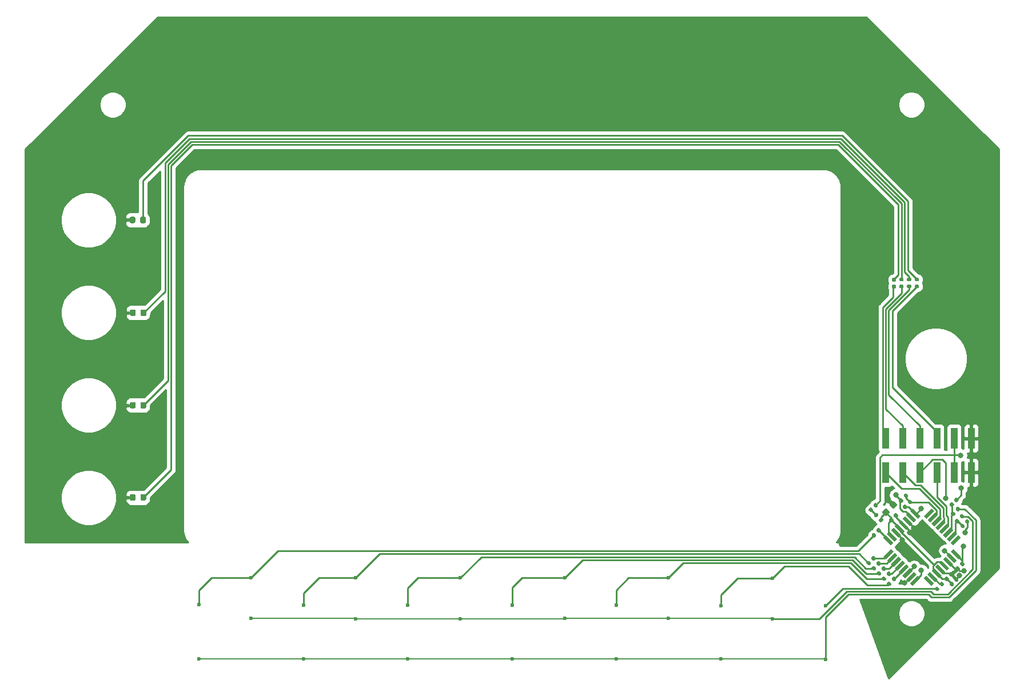
<source format=gbr>
%TF.GenerationSoftware,KiCad,Pcbnew,5.1.9+dfsg1-1~bpo10+1*%
%TF.CreationDate,2021-11-03T11:38:12+01:00*%
%TF.ProjectId,SynthoGame_top,53796e74-686f-4476-916d-655f746f702e,rev?*%
%TF.SameCoordinates,Original*%
%TF.FileFunction,Copper,L2,Bot*%
%TF.FilePolarity,Positive*%
%FSLAX46Y46*%
G04 Gerber Fmt 4.6, Leading zero omitted, Abs format (unit mm)*
G04 Created by KiCad (PCBNEW 5.1.9+dfsg1-1~bpo10+1) date 2021-11-03 11:38:12*
%MOMM*%
%LPD*%
G01*
G04 APERTURE LIST*
%TA.AperFunction,SMDPad,CuDef*%
%ADD10C,0.100000*%
%TD*%
%TA.AperFunction,SMDPad,CuDef*%
%ADD11R,1.000000X3.150000*%
%TD*%
%TA.AperFunction,ViaPad*%
%ADD12C,0.800000*%
%TD*%
%TA.AperFunction,ViaPad*%
%ADD13C,0.600000*%
%TD*%
%TA.AperFunction,Conductor*%
%ADD14C,0.250000*%
%TD*%
%TA.AperFunction,Conductor*%
%ADD15C,0.150000*%
%TD*%
%TA.AperFunction,Conductor*%
%ADD16C,0.254000*%
%TD*%
%TA.AperFunction,Conductor*%
%ADD17C,0.100000*%
%TD*%
G04 APERTURE END LIST*
%TO.P,C61,1*%
%TO.N,Net-(C61-Pad1)*%
%TA.AperFunction,SMDPad,CuDef*%
G36*
G01*
X209882807Y-104877609D02*
X209642391Y-104637193D01*
G75*
G02*
X209642391Y-104439203I98995J98995D01*
G01*
X209840381Y-104241213D01*
G75*
G02*
X210038371Y-104241213I98995J-98995D01*
G01*
X210278787Y-104481629D01*
G75*
G02*
X210278787Y-104679619I-98995J-98995D01*
G01*
X210080797Y-104877609D01*
G75*
G02*
X209882807Y-104877609I-98995J98995D01*
G01*
G37*
%TD.AperFunction*%
%TO.P,C61,2*%
%TO.N,Net-(C61-Pad2)*%
%TA.AperFunction,SMDPad,CuDef*%
G36*
G01*
X210561629Y-104198787D02*
X210321213Y-103958371D01*
G75*
G02*
X210321213Y-103760381I98995J98995D01*
G01*
X210519203Y-103562391D01*
G75*
G02*
X210717193Y-103562391I98995J-98995D01*
G01*
X210957609Y-103802807D01*
G75*
G02*
X210957609Y-104000797I-98995J-98995D01*
G01*
X210759619Y-104198787D01*
G75*
G02*
X210561629Y-104198787I-98995J98995D01*
G01*
G37*
%TD.AperFunction*%
%TD*%
%TO.P,C62,2*%
%TO.N,Net-(C62-Pad2)*%
%TA.AperFunction,SMDPad,CuDef*%
G36*
G01*
X212151629Y-107398787D02*
X211911213Y-107158371D01*
G75*
G02*
X211911213Y-106960381I98995J98995D01*
G01*
X212109203Y-106762391D01*
G75*
G02*
X212307193Y-106762391I98995J-98995D01*
G01*
X212547609Y-107002807D01*
G75*
G02*
X212547609Y-107200797I-98995J-98995D01*
G01*
X212349619Y-107398787D01*
G75*
G02*
X212151629Y-107398787I-98995J98995D01*
G01*
G37*
%TD.AperFunction*%
%TO.P,C62,1*%
%TO.N,Net-(C62-Pad1)*%
%TA.AperFunction,SMDPad,CuDef*%
G36*
G01*
X211472807Y-108077609D02*
X211232391Y-107837193D01*
G75*
G02*
X211232391Y-107639203I98995J98995D01*
G01*
X211430381Y-107441213D01*
G75*
G02*
X211628371Y-107441213I98995J-98995D01*
G01*
X211868787Y-107681629D01*
G75*
G02*
X211868787Y-107879619I-98995J-98995D01*
G01*
X211670797Y-108077609D01*
G75*
G02*
X211472807Y-108077609I-98995J98995D01*
G01*
G37*
%TD.AperFunction*%
%TD*%
%TO.P,C64,2*%
%TO.N,GND*%
%TA.AperFunction,SMDPad,CuDef*%
G36*
G01*
X210551629Y-115998787D02*
X210311213Y-115758371D01*
G75*
G02*
X210311213Y-115560381I98995J98995D01*
G01*
X210509203Y-115362391D01*
G75*
G02*
X210707193Y-115362391I98995J-98995D01*
G01*
X210947609Y-115602807D01*
G75*
G02*
X210947609Y-115800797I-98995J-98995D01*
G01*
X210749619Y-115998787D01*
G75*
G02*
X210551629Y-115998787I-98995J98995D01*
G01*
G37*
%TD.AperFunction*%
%TO.P,C64,1*%
%TO.N,/VDD_FILT*%
%TA.AperFunction,SMDPad,CuDef*%
G36*
G01*
X209872807Y-116677609D02*
X209632391Y-116437193D01*
G75*
G02*
X209632391Y-116239203I98995J98995D01*
G01*
X209830381Y-116041213D01*
G75*
G02*
X210028371Y-116041213I98995J-98995D01*
G01*
X210268787Y-116281629D01*
G75*
G02*
X210268787Y-116479619I-98995J-98995D01*
G01*
X210070797Y-116677609D01*
G75*
G02*
X209872807Y-116677609I-98995J98995D01*
G01*
G37*
%TD.AperFunction*%
%TD*%
%TO.P,C65,1*%
%TO.N,/VDD_FILT*%
%TA.AperFunction,SMDPad,CuDef*%
G36*
G01*
X200922807Y-107167609D02*
X200682391Y-106927193D01*
G75*
G02*
X200682391Y-106729203I98995J98995D01*
G01*
X200880381Y-106531213D01*
G75*
G02*
X201078371Y-106531213I98995J-98995D01*
G01*
X201318787Y-106771629D01*
G75*
G02*
X201318787Y-106969619I-98995J-98995D01*
G01*
X201120797Y-107167609D01*
G75*
G02*
X200922807Y-107167609I-98995J98995D01*
G01*
G37*
%TD.AperFunction*%
%TO.P,C65,2*%
%TO.N,GND*%
%TA.AperFunction,SMDPad,CuDef*%
G36*
G01*
X201601629Y-106488787D02*
X201361213Y-106248371D01*
G75*
G02*
X201361213Y-106050381I98995J98995D01*
G01*
X201559203Y-105852391D01*
G75*
G02*
X201757193Y-105852391I98995J-98995D01*
G01*
X201997609Y-106092807D01*
G75*
G02*
X201997609Y-106290797I-98995J-98995D01*
G01*
X201799619Y-106488787D01*
G75*
G02*
X201601629Y-106488787I-98995J98995D01*
G01*
G37*
%TD.AperFunction*%
%TD*%
%TO.P,C66,2*%
%TO.N,GND*%
%TA.AperFunction,SMDPad,CuDef*%
G36*
G01*
X209801629Y-115228787D02*
X209561213Y-114988371D01*
G75*
G02*
X209561213Y-114790381I98995J98995D01*
G01*
X209759203Y-114592391D01*
G75*
G02*
X209957193Y-114592391I98995J-98995D01*
G01*
X210197609Y-114832807D01*
G75*
G02*
X210197609Y-115030797I-98995J-98995D01*
G01*
X209999619Y-115228787D01*
G75*
G02*
X209801629Y-115228787I-98995J98995D01*
G01*
G37*
%TD.AperFunction*%
%TO.P,C66,1*%
%TO.N,/VDD_FILT*%
%TA.AperFunction,SMDPad,CuDef*%
G36*
G01*
X209122807Y-115907609D02*
X208882391Y-115667193D01*
G75*
G02*
X208882391Y-115469203I98995J98995D01*
G01*
X209080381Y-115271213D01*
G75*
G02*
X209278371Y-115271213I98995J-98995D01*
G01*
X209518787Y-115511629D01*
G75*
G02*
X209518787Y-115709619I-98995J-98995D01*
G01*
X209320797Y-115907609D01*
G75*
G02*
X209122807Y-115907609I-98995J98995D01*
G01*
G37*
%TD.AperFunction*%
%TD*%
%TO.P,R27,1*%
%TO.N,Net-(C61-Pad1)*%
%TA.AperFunction,SMDPad,CuDef*%
G36*
G01*
X210079272Y-106272357D02*
X209817643Y-106010728D01*
G75*
G02*
X209817643Y-105819810I95459J95459D01*
G01*
X210008562Y-105628891D01*
G75*
G02*
X210199480Y-105628891I95459J-95459D01*
G01*
X210461109Y-105890520D01*
G75*
G02*
X210461109Y-106081438I-95459J-95459D01*
G01*
X210270190Y-106272357D01*
G75*
G02*
X210079272Y-106272357I-95459J95459D01*
G01*
G37*
%TD.AperFunction*%
%TO.P,R27,2*%
%TO.N,/Y0*%
%TA.AperFunction,SMDPad,CuDef*%
G36*
G01*
X210800520Y-105551109D02*
X210538891Y-105289480D01*
G75*
G02*
X210538891Y-105098562I95459J95459D01*
G01*
X210729810Y-104907643D01*
G75*
G02*
X210920728Y-104907643I95459J-95459D01*
G01*
X211182357Y-105169272D01*
G75*
G02*
X211182357Y-105360190I-95459J-95459D01*
G01*
X210991438Y-105551109D01*
G75*
G02*
X210800520Y-105551109I-95459J95459D01*
G01*
G37*
%TD.AperFunction*%
%TD*%
%TO.P,R28,1*%
%TO.N,Net-(C62-Pad1)*%
%TA.AperFunction,SMDPad,CuDef*%
G36*
G01*
X210679272Y-107352357D02*
X210417643Y-107090728D01*
G75*
G02*
X210417643Y-106899810I95459J95459D01*
G01*
X210608562Y-106708891D01*
G75*
G02*
X210799480Y-106708891I95459J-95459D01*
G01*
X211061109Y-106970520D01*
G75*
G02*
X211061109Y-107161438I-95459J-95459D01*
G01*
X210870190Y-107352357D01*
G75*
G02*
X210679272Y-107352357I-95459J95459D01*
G01*
G37*
%TD.AperFunction*%
%TO.P,R28,2*%
%TO.N,/Y1*%
%TA.AperFunction,SMDPad,CuDef*%
G36*
G01*
X211400520Y-106631109D02*
X211138891Y-106369480D01*
G75*
G02*
X211138891Y-106178562I95459J95459D01*
G01*
X211329810Y-105987643D01*
G75*
G02*
X211520728Y-105987643I95459J-95459D01*
G01*
X211782357Y-106249272D01*
G75*
G02*
X211782357Y-106440190I-95459J-95459D01*
G01*
X211591438Y-106631109D01*
G75*
G02*
X211400520Y-106631109I-95459J95459D01*
G01*
G37*
%TD.AperFunction*%
%TD*%
%TO.P,R31,1*%
%TO.N,Net-(C61-Pad2)*%
%TA.AperFunction,SMDPad,CuDef*%
G36*
G01*
X202379272Y-104312357D02*
X202117643Y-104050728D01*
G75*
G02*
X202117643Y-103859810I95459J95459D01*
G01*
X202308562Y-103668891D01*
G75*
G02*
X202499480Y-103668891I95459J-95459D01*
G01*
X202761109Y-103930520D01*
G75*
G02*
X202761109Y-104121438I-95459J-95459D01*
G01*
X202570190Y-104312357D01*
G75*
G02*
X202379272Y-104312357I-95459J95459D01*
G01*
G37*
%TD.AperFunction*%
%TO.P,R31,2*%
%TO.N,Net-(R31-Pad2)*%
%TA.AperFunction,SMDPad,CuDef*%
G36*
G01*
X203100520Y-103591109D02*
X202838891Y-103329480D01*
G75*
G02*
X202838891Y-103138562I95459J95459D01*
G01*
X203029810Y-102947643D01*
G75*
G02*
X203220728Y-102947643I95459J-95459D01*
G01*
X203482357Y-103209272D01*
G75*
G02*
X203482357Y-103400190I-95459J-95459D01*
G01*
X203291438Y-103591109D01*
G75*
G02*
X203100520Y-103591109I-95459J95459D01*
G01*
G37*
%TD.AperFunction*%
%TD*%
%TO.P,R32,2*%
%TO.N,Net-(R31-Pad2)*%
%TA.AperFunction,SMDPad,CuDef*%
G36*
G01*
X203700520Y-104511109D02*
X203438891Y-104249480D01*
G75*
G02*
X203438891Y-104058562I95459J95459D01*
G01*
X203629810Y-103867643D01*
G75*
G02*
X203820728Y-103867643I95459J-95459D01*
G01*
X204082357Y-104129272D01*
G75*
G02*
X204082357Y-104320190I-95459J-95459D01*
G01*
X203891438Y-104511109D01*
G75*
G02*
X203700520Y-104511109I-95459J95459D01*
G01*
G37*
%TD.AperFunction*%
%TO.P,R32,1*%
%TO.N,Net-(C62-Pad2)*%
%TA.AperFunction,SMDPad,CuDef*%
G36*
G01*
X202979272Y-105232357D02*
X202717643Y-104970728D01*
G75*
G02*
X202717643Y-104779810I95459J95459D01*
G01*
X202908562Y-104588891D01*
G75*
G02*
X203099480Y-104588891I95459J-95459D01*
G01*
X203361109Y-104850520D01*
G75*
G02*
X203361109Y-105041438I-95459J-95459D01*
G01*
X203170190Y-105232357D01*
G75*
G02*
X202979272Y-105232357I-95459J95459D01*
G01*
G37*
%TD.AperFunction*%
%TD*%
%TO.P,R33,2*%
%TO.N,Net-(R33-Pad2)*%
%TA.AperFunction,SMDPad,CuDef*%
G36*
G01*
X208440520Y-116661109D02*
X208178891Y-116399480D01*
G75*
G02*
X208178891Y-116208562I95459J95459D01*
G01*
X208369810Y-116017643D01*
G75*
G02*
X208560728Y-116017643I95459J-95459D01*
G01*
X208822357Y-116279272D01*
G75*
G02*
X208822357Y-116470190I-95459J-95459D01*
G01*
X208631438Y-116661109D01*
G75*
G02*
X208440520Y-116661109I-95459J95459D01*
G01*
G37*
%TD.AperFunction*%
%TO.P,R33,1*%
%TO.N,/X6*%
%TA.AperFunction,SMDPad,CuDef*%
G36*
G01*
X207719272Y-117382357D02*
X207457643Y-117120728D01*
G75*
G02*
X207457643Y-116929810I95459J95459D01*
G01*
X207648562Y-116738891D01*
G75*
G02*
X207839480Y-116738891I95459J-95459D01*
G01*
X208101109Y-117000520D01*
G75*
G02*
X208101109Y-117191438I-95459J-95459D01*
G01*
X207910190Y-117382357D01*
G75*
G02*
X207719272Y-117382357I-95459J95459D01*
G01*
G37*
%TD.AperFunction*%
%TD*%
%TO.P,R35,2*%
%TO.N,Net-(R35-Pad2)*%
%TA.AperFunction,SMDPad,CuDef*%
G36*
G01*
X201340205Y-115909636D02*
X201078576Y-115648007D01*
G75*
G02*
X201078576Y-115457089I95459J95459D01*
G01*
X201269495Y-115266170D01*
G75*
G02*
X201460413Y-115266170I95459J-95459D01*
G01*
X201722042Y-115527799D01*
G75*
G02*
X201722042Y-115718717I-95459J-95459D01*
G01*
X201531123Y-115909636D01*
G75*
G02*
X201340205Y-115909636I-95459J95459D01*
G01*
G37*
%TD.AperFunction*%
%TO.P,R35,1*%
%TO.N,/X5*%
%TA.AperFunction,SMDPad,CuDef*%
G36*
G01*
X200618957Y-116630884D02*
X200357328Y-116369255D01*
G75*
G02*
X200357328Y-116178337I95459J95459D01*
G01*
X200548247Y-115987418D01*
G75*
G02*
X200739165Y-115987418I95459J-95459D01*
G01*
X201000794Y-116249047D01*
G75*
G02*
X201000794Y-116439965I-95459J-95459D01*
G01*
X200809875Y-116630884D01*
G75*
G02*
X200618957Y-116630884I-95459J95459D01*
G01*
G37*
%TD.AperFunction*%
%TD*%
%TO.P,R36,1*%
%TO.N,/X4*%
%TA.AperFunction,SMDPad,CuDef*%
G36*
G01*
X199855281Y-115867208D02*
X199593652Y-115605579D01*
G75*
G02*
X199593652Y-115414661I95459J95459D01*
G01*
X199784571Y-115223742D01*
G75*
G02*
X199975489Y-115223742I95459J-95459D01*
G01*
X200237118Y-115485371D01*
G75*
G02*
X200237118Y-115676289I-95459J-95459D01*
G01*
X200046199Y-115867208D01*
G75*
G02*
X199855281Y-115867208I-95459J95459D01*
G01*
G37*
%TD.AperFunction*%
%TO.P,R36,2*%
%TO.N,Net-(R36-Pad2)*%
%TA.AperFunction,SMDPad,CuDef*%
G36*
G01*
X200576529Y-115145960D02*
X200314900Y-114884331D01*
G75*
G02*
X200314900Y-114693413I95459J95459D01*
G01*
X200505819Y-114502494D01*
G75*
G02*
X200696737Y-114502494I95459J-95459D01*
G01*
X200958366Y-114764123D01*
G75*
G02*
X200958366Y-114955041I-95459J-95459D01*
G01*
X200767447Y-115145960D01*
G75*
G02*
X200576529Y-115145960I-95459J95459D01*
G01*
G37*
%TD.AperFunction*%
%TD*%
%TO.P,R37,2*%
%TO.N,Net-(R37-Pad2)*%
%TA.AperFunction,SMDPad,CuDef*%
G36*
G01*
X199826996Y-114382286D02*
X199565367Y-114120657D01*
G75*
G02*
X199565367Y-113929739I95459J95459D01*
G01*
X199756286Y-113738820D01*
G75*
G02*
X199947204Y-113738820I95459J-95459D01*
G01*
X200208833Y-114000449D01*
G75*
G02*
X200208833Y-114191367I-95459J-95459D01*
G01*
X200017914Y-114382286D01*
G75*
G02*
X199826996Y-114382286I-95459J95459D01*
G01*
G37*
%TD.AperFunction*%
%TO.P,R37,1*%
%TO.N,/X3*%
%TA.AperFunction,SMDPad,CuDef*%
G36*
G01*
X199105748Y-115103534D02*
X198844119Y-114841905D01*
G75*
G02*
X198844119Y-114650987I95459J95459D01*
G01*
X199035038Y-114460068D01*
G75*
G02*
X199225956Y-114460068I95459J-95459D01*
G01*
X199487585Y-114721697D01*
G75*
G02*
X199487585Y-114912615I-95459J-95459D01*
G01*
X199296666Y-115103534D01*
G75*
G02*
X199105748Y-115103534I-95459J95459D01*
G01*
G37*
%TD.AperFunction*%
%TD*%
%TO.P,R38,1*%
%TO.N,/X2*%
%TA.AperFunction,SMDPad,CuDef*%
G36*
G01*
X198342072Y-114339860D02*
X198080443Y-114078231D01*
G75*
G02*
X198080443Y-113887313I95459J95459D01*
G01*
X198271362Y-113696394D01*
G75*
G02*
X198462280Y-113696394I95459J-95459D01*
G01*
X198723909Y-113958023D01*
G75*
G02*
X198723909Y-114148941I-95459J-95459D01*
G01*
X198532990Y-114339860D01*
G75*
G02*
X198342072Y-114339860I-95459J95459D01*
G01*
G37*
%TD.AperFunction*%
%TO.P,R38,2*%
%TO.N,Net-(R38-Pad2)*%
%TA.AperFunction,SMDPad,CuDef*%
G36*
G01*
X199063320Y-113618612D02*
X198801691Y-113356983D01*
G75*
G02*
X198801691Y-113166065I95459J95459D01*
G01*
X198992610Y-112975146D01*
G75*
G02*
X199183528Y-112975146I95459J-95459D01*
G01*
X199445157Y-113236775D01*
G75*
G02*
X199445157Y-113427693I-95459J-95459D01*
G01*
X199254238Y-113618612D01*
G75*
G02*
X199063320Y-113618612I-95459J95459D01*
G01*
G37*
%TD.AperFunction*%
%TD*%
%TO.P,R39,2*%
%TO.N,Net-(R39-Pad2)*%
%TA.AperFunction,SMDPad,CuDef*%
G36*
G01*
X198299645Y-112854935D02*
X198038016Y-112593306D01*
G75*
G02*
X198038016Y-112402388I95459J95459D01*
G01*
X198228935Y-112211469D01*
G75*
G02*
X198419853Y-112211469I95459J-95459D01*
G01*
X198681482Y-112473098D01*
G75*
G02*
X198681482Y-112664016I-95459J-95459D01*
G01*
X198490563Y-112854935D01*
G75*
G02*
X198299645Y-112854935I-95459J95459D01*
G01*
G37*
%TD.AperFunction*%
%TO.P,R39,1*%
%TO.N,/X1*%
%TA.AperFunction,SMDPad,CuDef*%
G36*
G01*
X197578397Y-113576183D02*
X197316768Y-113314554D01*
G75*
G02*
X197316768Y-113123636I95459J95459D01*
G01*
X197507687Y-112932717D01*
G75*
G02*
X197698605Y-112932717I95459J-95459D01*
G01*
X197960234Y-113194346D01*
G75*
G02*
X197960234Y-113385264I-95459J-95459D01*
G01*
X197769315Y-113576183D01*
G75*
G02*
X197578397Y-113576183I-95459J95459D01*
G01*
G37*
%TD.AperFunction*%
%TD*%
%TO.P,R40,1*%
%TO.N,/X0*%
%TA.AperFunction,SMDPad,CuDef*%
G36*
G01*
X198359272Y-109442357D02*
X198097643Y-109180728D01*
G75*
G02*
X198097643Y-108989810I95459J95459D01*
G01*
X198288562Y-108798891D01*
G75*
G02*
X198479480Y-108798891I95459J-95459D01*
G01*
X198741109Y-109060520D01*
G75*
G02*
X198741109Y-109251438I-95459J-95459D01*
G01*
X198550190Y-109442357D01*
G75*
G02*
X198359272Y-109442357I-95459J95459D01*
G01*
G37*
%TD.AperFunction*%
%TO.P,R40,2*%
%TO.N,Net-(R40-Pad2)*%
%TA.AperFunction,SMDPad,CuDef*%
G36*
G01*
X199080520Y-108721109D02*
X198818891Y-108459480D01*
G75*
G02*
X198818891Y-108268562I95459J95459D01*
G01*
X199009810Y-108077643D01*
G75*
G02*
X199200728Y-108077643I95459J-95459D01*
G01*
X199462357Y-108339272D01*
G75*
G02*
X199462357Y-108530190I-95459J-95459D01*
G01*
X199271438Y-108721109D01*
G75*
G02*
X199080520Y-108721109I-95459J95459D01*
G01*
G37*
%TD.AperFunction*%
%TD*%
%TA.AperFunction,SMDPad,CuDef*%
D10*
%TO.P,U7,1*%
%TO.N,+3V3*%
G36*
X211295243Y-112266536D02*
G01*
X210906334Y-112655445D01*
X209774963Y-111524074D01*
X210163872Y-111135165D01*
X211295243Y-112266536D01*
G37*
%TD.AperFunction*%
%TA.AperFunction,SMDPad,CuDef*%
%TO.P,U7,2*%
%TO.N,~CHANGE*%
G36*
X210729557Y-112832221D02*
G01*
X210340648Y-113221130D01*
X209209277Y-112089759D01*
X209598186Y-111700850D01*
X210729557Y-112832221D01*
G37*
%TD.AperFunction*%
%TA.AperFunction,SMDPad,CuDef*%
%TO.P,U7,3*%
%TO.N,GND*%
G36*
X210163872Y-113397907D02*
G01*
X209774963Y-113786816D01*
X208643592Y-112655445D01*
X209032501Y-112266536D01*
X210163872Y-113397907D01*
G37*
%TD.AperFunction*%
%TA.AperFunction,SMDPad,CuDef*%
%TO.P,U7,4*%
%TO.N,/VDD_FILT*%
G36*
X209598187Y-113963592D02*
G01*
X209209278Y-114352501D01*
X208077907Y-113221130D01*
X208466816Y-112832221D01*
X209598187Y-113963592D01*
G37*
%TD.AperFunction*%
%TA.AperFunction,SMDPad,CuDef*%
%TO.P,U7,5*%
%TO.N,GND*%
G36*
X209032501Y-114529278D02*
G01*
X208643592Y-114918187D01*
X207512221Y-113786816D01*
X207901130Y-113397907D01*
X209032501Y-114529278D01*
G37*
%TD.AperFunction*%
%TA.AperFunction,SMDPad,CuDef*%
%TO.P,U7,6*%
%TO.N,/VDD_FILT*%
G36*
X208466816Y-115094963D02*
G01*
X208077907Y-115483872D01*
X206946536Y-114352501D01*
X207335445Y-113963592D01*
X208466816Y-115094963D01*
G37*
%TD.AperFunction*%
%TA.AperFunction,SMDPad,CuDef*%
%TO.P,U7,7*%
%TO.N,Net-(R33-Pad2)*%
G36*
X207901130Y-115660648D02*
G01*
X207512221Y-116049557D01*
X206380850Y-114918186D01*
X206769759Y-114529277D01*
X207901130Y-115660648D01*
G37*
%TD.AperFunction*%
%TA.AperFunction,SMDPad,CuDef*%
%TO.P,U7,8*%
%TO.N,N/C*%
G36*
X207335445Y-116226334D02*
G01*
X206946536Y-116615243D01*
X205815165Y-115483872D01*
X206204074Y-115094963D01*
X207335445Y-116226334D01*
G37*
%TD.AperFunction*%
%TA.AperFunction,SMDPad,CuDef*%
%TO.P,U7,9*%
%TO.N,/DBG_CLK*%
G36*
X204153464Y-116615243D02*
G01*
X203764555Y-116226334D01*
X204895926Y-115094963D01*
X205284835Y-115483872D01*
X204153464Y-116615243D01*
G37*
%TD.AperFunction*%
%TA.AperFunction,SMDPad,CuDef*%
%TO.P,U7,10*%
%TO.N,GND*%
G36*
X203587779Y-116049557D02*
G01*
X203198870Y-115660648D01*
X204330241Y-114529277D01*
X204719150Y-114918186D01*
X203587779Y-116049557D01*
G37*
%TD.AperFunction*%
%TA.AperFunction,SMDPad,CuDef*%
%TO.P,U7,11*%
%TO.N,/S_SYNC*%
G36*
X203022093Y-115483872D02*
G01*
X202633184Y-115094963D01*
X203764555Y-113963592D01*
X204153464Y-114352501D01*
X203022093Y-115483872D01*
G37*
%TD.AperFunction*%
%TA.AperFunction,SMDPad,CuDef*%
%TO.P,U7,12*%
%TO.N,Net-(R35-Pad2)*%
G36*
X202456408Y-114918187D02*
G01*
X202067499Y-114529278D01*
X203198870Y-113397907D01*
X203587779Y-113786816D01*
X202456408Y-114918187D01*
G37*
%TD.AperFunction*%
%TA.AperFunction,SMDPad,CuDef*%
%TO.P,U7,13*%
%TO.N,Net-(R36-Pad2)*%
G36*
X201890722Y-114352501D02*
G01*
X201501813Y-113963592D01*
X202633184Y-112832221D01*
X203022093Y-113221130D01*
X201890722Y-114352501D01*
G37*
%TD.AperFunction*%
%TA.AperFunction,SMDPad,CuDef*%
%TO.P,U7,14*%
%TO.N,Net-(R37-Pad2)*%
G36*
X201325037Y-113786816D02*
G01*
X200936128Y-113397907D01*
X202067499Y-112266536D01*
X202456408Y-112655445D01*
X201325037Y-113786816D01*
G37*
%TD.AperFunction*%
%TA.AperFunction,SMDPad,CuDef*%
%TO.P,U7,15*%
%TO.N,Net-(R38-Pad2)*%
G36*
X200759352Y-113221130D02*
G01*
X200370443Y-112832221D01*
X201501814Y-111700850D01*
X201890723Y-112089759D01*
X200759352Y-113221130D01*
G37*
%TD.AperFunction*%
%TA.AperFunction,SMDPad,CuDef*%
%TO.P,U7,16*%
%TO.N,Net-(R39-Pad2)*%
G36*
X200193666Y-112655445D02*
G01*
X199804757Y-112266536D01*
X200936128Y-111135165D01*
X201325037Y-111524074D01*
X200193666Y-112655445D01*
G37*
%TD.AperFunction*%
%TA.AperFunction,SMDPad,CuDef*%
%TO.P,U7,17*%
%TO.N,Net-(R40-Pad2)*%
G36*
X201325037Y-110215926D02*
G01*
X200936128Y-110604835D01*
X199804757Y-109473464D01*
X200193666Y-109084555D01*
X201325037Y-110215926D01*
G37*
%TD.AperFunction*%
%TA.AperFunction,SMDPad,CuDef*%
%TO.P,U7,18*%
%TO.N,/VDD_FILT*%
G36*
X201890723Y-109650241D02*
G01*
X201501814Y-110039150D01*
X200370443Y-108907779D01*
X200759352Y-108518870D01*
X201890723Y-109650241D01*
G37*
%TD.AperFunction*%
%TA.AperFunction,SMDPad,CuDef*%
%TO.P,U7,19*%
%TO.N,GND*%
G36*
X202456408Y-109084555D02*
G01*
X202067499Y-109473464D01*
X200936128Y-108342093D01*
X201325037Y-107953184D01*
X202456408Y-109084555D01*
G37*
%TD.AperFunction*%
%TA.AperFunction,SMDPad,CuDef*%
%TO.P,U7,20*%
%TO.N,/VDD_FILT*%
G36*
X203022093Y-108518870D02*
G01*
X202633184Y-108907779D01*
X201501813Y-107776408D01*
X201890722Y-107387499D01*
X203022093Y-108518870D01*
G37*
%TD.AperFunction*%
%TA.AperFunction,SMDPad,CuDef*%
%TO.P,U7,21*%
%TO.N,GND*%
G36*
X203587779Y-107953184D02*
G01*
X203198870Y-108342093D01*
X202067499Y-107210722D01*
X202456408Y-106821813D01*
X203587779Y-107953184D01*
G37*
%TD.AperFunction*%
%TA.AperFunction,SMDPad,CuDef*%
%TO.P,U7,22*%
G36*
X204153464Y-107387499D02*
G01*
X203764555Y-107776408D01*
X202633184Y-106645037D01*
X203022093Y-106256128D01*
X204153464Y-107387499D01*
G37*
%TD.AperFunction*%
%TA.AperFunction,SMDPad,CuDef*%
%TO.P,U7,23*%
%TO.N,Net-(C61-Pad2)*%
G36*
X204719150Y-106821814D02*
G01*
X204330241Y-107210723D01*
X203198870Y-106079352D01*
X203587779Y-105690443D01*
X204719150Y-106821814D01*
G37*
%TD.AperFunction*%
%TA.AperFunction,SMDPad,CuDef*%
%TO.P,U7,24*%
%TO.N,Net-(C62-Pad2)*%
G36*
X205284835Y-106256128D02*
G01*
X204895926Y-106645037D01*
X203764555Y-105513666D01*
X204153464Y-105124757D01*
X205284835Y-106256128D01*
G37*
%TD.AperFunction*%
%TA.AperFunction,SMDPad,CuDef*%
%TO.P,U7,25*%
%TO.N,N/C*%
G36*
X206204074Y-106645037D02*
G01*
X205815165Y-106256128D01*
X206946536Y-105124757D01*
X207335445Y-105513666D01*
X206204074Y-106645037D01*
G37*
%TD.AperFunction*%
%TA.AperFunction,SMDPad,CuDef*%
%TO.P,U7,26*%
%TO.N,Net-(R31-Pad2)*%
G36*
X206769759Y-107210723D02*
G01*
X206380850Y-106821814D01*
X207512221Y-105690443D01*
X207901130Y-106079352D01*
X206769759Y-107210723D01*
G37*
%TD.AperFunction*%
%TA.AperFunction,SMDPad,CuDef*%
%TO.P,U7,27*%
%TO.N,SDA*%
G36*
X207335445Y-107776408D02*
G01*
X206946536Y-107387499D01*
X208077907Y-106256128D01*
X208466816Y-106645037D01*
X207335445Y-107776408D01*
G37*
%TD.AperFunction*%
%TA.AperFunction,SMDPad,CuDef*%
%TO.P,U7,28*%
%TO.N,SCL*%
G36*
X207901130Y-108342093D02*
G01*
X207512221Y-107953184D01*
X208643592Y-106821813D01*
X209032501Y-107210722D01*
X207901130Y-108342093D01*
G37*
%TD.AperFunction*%
%TA.AperFunction,SMDPad,CuDef*%
%TO.P,U7,29*%
%TO.N,~RST*%
G36*
X208466816Y-108907779D02*
G01*
X208077907Y-108518870D01*
X209209278Y-107387499D01*
X209598187Y-107776408D01*
X208466816Y-108907779D01*
G37*
%TD.AperFunction*%
%TA.AperFunction,SMDPad,CuDef*%
%TO.P,U7,30*%
%TO.N,Net-(C61-Pad1)*%
G36*
X209032501Y-109473464D02*
G01*
X208643592Y-109084555D01*
X209774963Y-107953184D01*
X210163872Y-108342093D01*
X209032501Y-109473464D01*
G37*
%TD.AperFunction*%
%TA.AperFunction,SMDPad,CuDef*%
%TO.P,U7,31*%
%TO.N,Net-(C62-Pad1)*%
G36*
X209598186Y-110039150D02*
G01*
X209209277Y-109650241D01*
X210340648Y-108518870D01*
X210729557Y-108907779D01*
X209598186Y-110039150D01*
G37*
%TD.AperFunction*%
%TA.AperFunction,SMDPad,CuDef*%
%TO.P,U7,32*%
%TO.N,N/C*%
G36*
X210163872Y-110604835D02*
G01*
X209774963Y-110215926D01*
X210906334Y-109084555D01*
X211295243Y-109473464D01*
X210163872Y-110604835D01*
G37*
%TD.AperFunction*%
%TD*%
D11*
%TO.P,J1,1*%
%TO.N,BTN_LED_1*%
X200140000Y-94750000D03*
%TO.P,J1,2*%
%TO.N,SDA*%
X200140000Y-99800000D03*
%TO.P,J1,3*%
%TO.N,BTN_LED_2*%
X202680000Y-94750000D03*
%TO.P,J1,4*%
%TO.N,SCL*%
X202680000Y-99800000D03*
%TO.P,J1,5*%
%TO.N,BTN_LED_3*%
X205220000Y-94750000D03*
%TO.P,J1,6*%
%TO.N,~CHANGE*%
X205220000Y-99800000D03*
%TO.P,J1,7*%
%TO.N,BTN_LED_4*%
X207760000Y-94750000D03*
%TO.P,J1,8*%
%TO.N,~RST*%
X207760000Y-99800000D03*
%TO.P,J1,9*%
%TO.N,+3V3*%
X210300000Y-94750000D03*
%TO.P,J1,10*%
X210300000Y-99800000D03*
%TO.P,J1,11*%
%TO.N,GND*%
X212840000Y-94750000D03*
%TO.P,J1,12*%
X212840000Y-99800000D03*
%TD*%
%TO.P,C1,1*%
%TO.N,/VDD_FILT*%
%TA.AperFunction,SMDPad,CuDef*%
G36*
G01*
X200060571Y-106212983D02*
X199707017Y-105859429D01*
G75*
G02*
X199707017Y-105541231I159099J159099D01*
G01*
X200025215Y-105223033D01*
G75*
G02*
X200343413Y-105223033I159099J-159099D01*
G01*
X200696967Y-105576587D01*
G75*
G02*
X200696967Y-105894785I-159099J-159099D01*
G01*
X200378769Y-106212983D01*
G75*
G02*
X200060571Y-106212983I-159099J159099D01*
G01*
G37*
%TD.AperFunction*%
%TO.P,C1,2*%
%TO.N,GND*%
%TA.AperFunction,SMDPad,CuDef*%
G36*
G01*
X201156587Y-105116967D02*
X200803033Y-104763413D01*
G75*
G02*
X200803033Y-104445215I159099J159099D01*
G01*
X201121231Y-104127017D01*
G75*
G02*
X201439429Y-104127017I159099J-159099D01*
G01*
X201792983Y-104480571D01*
G75*
G02*
X201792983Y-104798769I-159099J-159099D01*
G01*
X201474785Y-105116967D01*
G75*
G02*
X201156587Y-105116967I-159099J159099D01*
G01*
G37*
%TD.AperFunction*%
%TD*%
%TO.P,C2,1*%
%TO.N,+3V3*%
%TA.AperFunction,SMDPad,CuDef*%
G36*
G01*
X211567193Y-113062391D02*
X211807609Y-113302807D01*
G75*
G02*
X211807609Y-113500797I-98995J-98995D01*
G01*
X211609619Y-113698787D01*
G75*
G02*
X211411629Y-113698787I-98995J98995D01*
G01*
X211171213Y-113458371D01*
G75*
G02*
X211171213Y-113260381I98995J98995D01*
G01*
X211369203Y-113062391D01*
G75*
G02*
X211567193Y-113062391I98995J-98995D01*
G01*
G37*
%TD.AperFunction*%
%TO.P,C2,2*%
%TO.N,GND*%
%TA.AperFunction,SMDPad,CuDef*%
G36*
G01*
X210888371Y-113741213D02*
X211128787Y-113981629D01*
G75*
G02*
X211128787Y-114179619I-98995J-98995D01*
G01*
X210930797Y-114377609D01*
G75*
G02*
X210732807Y-114377609I-98995J98995D01*
G01*
X210492391Y-114137193D01*
G75*
G02*
X210492391Y-113939203I98995J98995D01*
G01*
X210690381Y-113741213D01*
G75*
G02*
X210888371Y-113741213I98995J-98995D01*
G01*
G37*
%TD.AperFunction*%
%TD*%
%TO.P,D1,2*%
%TO.N,Net-(D1-Pad2)*%
%TA.AperFunction,SMDPad,CuDef*%
G36*
G01*
X89800000Y-103756250D02*
X89800000Y-103243750D01*
G75*
G02*
X90018750Y-103025000I218750J0D01*
G01*
X90456250Y-103025000D01*
G75*
G02*
X90675000Y-103243750I0J-218750D01*
G01*
X90675000Y-103756250D01*
G75*
G02*
X90456250Y-103975000I-218750J0D01*
G01*
X90018750Y-103975000D01*
G75*
G02*
X89800000Y-103756250I0J218750D01*
G01*
G37*
%TD.AperFunction*%
%TO.P,D1,1*%
%TO.N,GND*%
%TA.AperFunction,SMDPad,CuDef*%
G36*
G01*
X88225000Y-103756250D02*
X88225000Y-103243750D01*
G75*
G02*
X88443750Y-103025000I218750J0D01*
G01*
X88881250Y-103025000D01*
G75*
G02*
X89100000Y-103243750I0J-218750D01*
G01*
X89100000Y-103756250D01*
G75*
G02*
X88881250Y-103975000I-218750J0D01*
G01*
X88443750Y-103975000D01*
G75*
G02*
X88225000Y-103756250I0J218750D01*
G01*
G37*
%TD.AperFunction*%
%TD*%
%TO.P,D2,2*%
%TO.N,Net-(D2-Pad2)*%
%TA.AperFunction,SMDPad,CuDef*%
G36*
G01*
X89800000Y-90106250D02*
X89800000Y-89593750D01*
G75*
G02*
X90018750Y-89375000I218750J0D01*
G01*
X90456250Y-89375000D01*
G75*
G02*
X90675000Y-89593750I0J-218750D01*
G01*
X90675000Y-90106250D01*
G75*
G02*
X90456250Y-90325000I-218750J0D01*
G01*
X90018750Y-90325000D01*
G75*
G02*
X89800000Y-90106250I0J218750D01*
G01*
G37*
%TD.AperFunction*%
%TO.P,D2,1*%
%TO.N,GND*%
%TA.AperFunction,SMDPad,CuDef*%
G36*
G01*
X88225000Y-90106250D02*
X88225000Y-89593750D01*
G75*
G02*
X88443750Y-89375000I218750J0D01*
G01*
X88881250Y-89375000D01*
G75*
G02*
X89100000Y-89593750I0J-218750D01*
G01*
X89100000Y-90106250D01*
G75*
G02*
X88881250Y-90325000I-218750J0D01*
G01*
X88443750Y-90325000D01*
G75*
G02*
X88225000Y-90106250I0J218750D01*
G01*
G37*
%TD.AperFunction*%
%TD*%
%TO.P,D3,1*%
%TO.N,GND*%
%TA.AperFunction,SMDPad,CuDef*%
G36*
G01*
X88237500Y-76406250D02*
X88237500Y-75893750D01*
G75*
G02*
X88456250Y-75675000I218750J0D01*
G01*
X88893750Y-75675000D01*
G75*
G02*
X89112500Y-75893750I0J-218750D01*
G01*
X89112500Y-76406250D01*
G75*
G02*
X88893750Y-76625000I-218750J0D01*
G01*
X88456250Y-76625000D01*
G75*
G02*
X88237500Y-76406250I0J218750D01*
G01*
G37*
%TD.AperFunction*%
%TO.P,D3,2*%
%TO.N,Net-(D3-Pad2)*%
%TA.AperFunction,SMDPad,CuDef*%
G36*
G01*
X89812500Y-76406250D02*
X89812500Y-75893750D01*
G75*
G02*
X90031250Y-75675000I218750J0D01*
G01*
X90468750Y-75675000D01*
G75*
G02*
X90687500Y-75893750I0J-218750D01*
G01*
X90687500Y-76406250D01*
G75*
G02*
X90468750Y-76625000I-218750J0D01*
G01*
X90031250Y-76625000D01*
G75*
G02*
X89812500Y-76406250I0J218750D01*
G01*
G37*
%TD.AperFunction*%
%TD*%
%TO.P,D4,1*%
%TO.N,GND*%
%TA.AperFunction,SMDPad,CuDef*%
G36*
G01*
X88175000Y-62656250D02*
X88175000Y-62143750D01*
G75*
G02*
X88393750Y-61925000I218750J0D01*
G01*
X88831250Y-61925000D01*
G75*
G02*
X89050000Y-62143750I0J-218750D01*
G01*
X89050000Y-62656250D01*
G75*
G02*
X88831250Y-62875000I-218750J0D01*
G01*
X88393750Y-62875000D01*
G75*
G02*
X88175000Y-62656250I0J218750D01*
G01*
G37*
%TD.AperFunction*%
%TO.P,D4,2*%
%TO.N,Net-(D4-Pad2)*%
%TA.AperFunction,SMDPad,CuDef*%
G36*
G01*
X89750000Y-62656250D02*
X89750000Y-62143750D01*
G75*
G02*
X89968750Y-61925000I218750J0D01*
G01*
X90406250Y-61925000D01*
G75*
G02*
X90625000Y-62143750I0J-218750D01*
G01*
X90625000Y-62656250D01*
G75*
G02*
X90406250Y-62875000I-218750J0D01*
G01*
X89968750Y-62875000D01*
G75*
G02*
X89750000Y-62656250I0J218750D01*
G01*
G37*
%TD.AperFunction*%
%TD*%
%TO.P,FB1,1*%
%TO.N,+3V3*%
%TA.AperFunction,SMDPad,CuDef*%
G36*
G01*
X198759567Y-104346481D02*
X199003519Y-104590433D01*
G75*
G02*
X199003519Y-104799029I-104298J-104298D01*
G01*
X198794923Y-105007625D01*
G75*
G02*
X198586327Y-105007625I-104298J104298D01*
G01*
X198342375Y-104763673D01*
G75*
G02*
X198342375Y-104555077I104298J104298D01*
G01*
X198550971Y-104346481D01*
G75*
G02*
X198759567Y-104346481I104298J-104298D01*
G01*
G37*
%TD.AperFunction*%
%TO.P,FB1,2*%
%TO.N,Net-(FB1-Pad2)*%
%TA.AperFunction,SMDPad,CuDef*%
G36*
G01*
X198073673Y-105032375D02*
X198317625Y-105276327D01*
G75*
G02*
X198317625Y-105484923I-104298J-104298D01*
G01*
X198109029Y-105693519D01*
G75*
G02*
X197900433Y-105693519I-104298J104298D01*
G01*
X197656481Y-105449567D01*
G75*
G02*
X197656481Y-105240971I104298J104298D01*
G01*
X197865077Y-105032375D01*
G75*
G02*
X198073673Y-105032375I104298J-104298D01*
G01*
G37*
%TD.AperFunction*%
%TD*%
%TO.P,R1,2*%
%TO.N,BTN_LED_1*%
%TA.AperFunction,SMDPad,CuDef*%
G36*
G01*
X201185000Y-71990000D02*
X201555000Y-71990000D01*
G75*
G02*
X201690000Y-72125000I0J-135000D01*
G01*
X201690000Y-72395000D01*
G75*
G02*
X201555000Y-72530000I-135000J0D01*
G01*
X201185000Y-72530000D01*
G75*
G02*
X201050000Y-72395000I0J135000D01*
G01*
X201050000Y-72125000D01*
G75*
G02*
X201185000Y-71990000I135000J0D01*
G01*
G37*
%TD.AperFunction*%
%TO.P,R1,1*%
%TO.N,Net-(D1-Pad2)*%
%TA.AperFunction,SMDPad,CuDef*%
G36*
G01*
X201185000Y-70970000D02*
X201555000Y-70970000D01*
G75*
G02*
X201690000Y-71105000I0J-135000D01*
G01*
X201690000Y-71375000D01*
G75*
G02*
X201555000Y-71510000I-135000J0D01*
G01*
X201185000Y-71510000D01*
G75*
G02*
X201050000Y-71375000I0J135000D01*
G01*
X201050000Y-71105000D01*
G75*
G02*
X201185000Y-70970000I135000J0D01*
G01*
G37*
%TD.AperFunction*%
%TD*%
%TO.P,R2,2*%
%TO.N,BTN_LED_2*%
%TA.AperFunction,SMDPad,CuDef*%
G36*
G01*
X202315000Y-71980000D02*
X202685000Y-71980000D01*
G75*
G02*
X202820000Y-72115000I0J-135000D01*
G01*
X202820000Y-72385000D01*
G75*
G02*
X202685000Y-72520000I-135000J0D01*
G01*
X202315000Y-72520000D01*
G75*
G02*
X202180000Y-72385000I0J135000D01*
G01*
X202180000Y-72115000D01*
G75*
G02*
X202315000Y-71980000I135000J0D01*
G01*
G37*
%TD.AperFunction*%
%TO.P,R2,1*%
%TO.N,Net-(D2-Pad2)*%
%TA.AperFunction,SMDPad,CuDef*%
G36*
G01*
X202315000Y-70960000D02*
X202685000Y-70960000D01*
G75*
G02*
X202820000Y-71095000I0J-135000D01*
G01*
X202820000Y-71365000D01*
G75*
G02*
X202685000Y-71500000I-135000J0D01*
G01*
X202315000Y-71500000D01*
G75*
G02*
X202180000Y-71365000I0J135000D01*
G01*
X202180000Y-71095000D01*
G75*
G02*
X202315000Y-70960000I135000J0D01*
G01*
G37*
%TD.AperFunction*%
%TD*%
%TO.P,R3,1*%
%TO.N,Net-(D3-Pad2)*%
%TA.AperFunction,SMDPad,CuDef*%
G36*
G01*
X203455000Y-70950000D02*
X203825000Y-70950000D01*
G75*
G02*
X203960000Y-71085000I0J-135000D01*
G01*
X203960000Y-71355000D01*
G75*
G02*
X203825000Y-71490000I-135000J0D01*
G01*
X203455000Y-71490000D01*
G75*
G02*
X203320000Y-71355000I0J135000D01*
G01*
X203320000Y-71085000D01*
G75*
G02*
X203455000Y-70950000I135000J0D01*
G01*
G37*
%TD.AperFunction*%
%TO.P,R3,2*%
%TO.N,BTN_LED_3*%
%TA.AperFunction,SMDPad,CuDef*%
G36*
G01*
X203455000Y-71970000D02*
X203825000Y-71970000D01*
G75*
G02*
X203960000Y-72105000I0J-135000D01*
G01*
X203960000Y-72375000D01*
G75*
G02*
X203825000Y-72510000I-135000J0D01*
G01*
X203455000Y-72510000D01*
G75*
G02*
X203320000Y-72375000I0J135000D01*
G01*
X203320000Y-72105000D01*
G75*
G02*
X203455000Y-71970000I135000J0D01*
G01*
G37*
%TD.AperFunction*%
%TD*%
%TO.P,R4,1*%
%TO.N,Net-(D4-Pad2)*%
%TA.AperFunction,SMDPad,CuDef*%
G36*
G01*
X204605000Y-70950000D02*
X204975000Y-70950000D01*
G75*
G02*
X205110000Y-71085000I0J-135000D01*
G01*
X205110000Y-71355000D01*
G75*
G02*
X204975000Y-71490000I-135000J0D01*
G01*
X204605000Y-71490000D01*
G75*
G02*
X204470000Y-71355000I0J135000D01*
G01*
X204470000Y-71085000D01*
G75*
G02*
X204605000Y-70950000I135000J0D01*
G01*
G37*
%TD.AperFunction*%
%TO.P,R4,2*%
%TO.N,BTN_LED_4*%
%TA.AperFunction,SMDPad,CuDef*%
G36*
G01*
X204605000Y-71970000D02*
X204975000Y-71970000D01*
G75*
G02*
X205110000Y-72105000I0J-135000D01*
G01*
X205110000Y-72375000D01*
G75*
G02*
X204975000Y-72510000I-135000J0D01*
G01*
X204605000Y-72510000D01*
G75*
G02*
X204470000Y-72375000I0J135000D01*
G01*
X204470000Y-72105000D01*
G75*
G02*
X204605000Y-71970000I135000J0D01*
G01*
G37*
%TD.AperFunction*%
%TD*%
%TO.P,R5,1*%
%TO.N,Net-(FB1-Pad2)*%
%TA.AperFunction,SMDPad,CuDef*%
G36*
G01*
X198447643Y-106069272D02*
X198709272Y-105807643D01*
G75*
G02*
X198900190Y-105807643I95459J-95459D01*
G01*
X199091109Y-105998562D01*
G75*
G02*
X199091109Y-106189480I-95459J-95459D01*
G01*
X198829480Y-106451109D01*
G75*
G02*
X198638562Y-106451109I-95459J95459D01*
G01*
X198447643Y-106260190D01*
G75*
G02*
X198447643Y-106069272I95459J95459D01*
G01*
G37*
%TD.AperFunction*%
%TO.P,R5,2*%
%TO.N,/VDD_FILT*%
%TA.AperFunction,SMDPad,CuDef*%
G36*
G01*
X199168891Y-106790520D02*
X199430520Y-106528891D01*
G75*
G02*
X199621438Y-106528891I95459J-95459D01*
G01*
X199812357Y-106719810D01*
G75*
G02*
X199812357Y-106910728I-95459J-95459D01*
G01*
X199550728Y-107172357D01*
G75*
G02*
X199359810Y-107172357I-95459J95459D01*
G01*
X199168891Y-106981438D01*
G75*
G02*
X199168891Y-106790520I95459J95459D01*
G01*
G37*
%TD.AperFunction*%
%TD*%
D12*
%TO.N,Net-(C61-Pad2)*%
X201650000Y-103140000D03*
X211355438Y-102125499D03*
%TO.N,Net-(C62-Pad2)*%
X205430000Y-105160000D03*
X211940000Y-108710000D03*
%TO.N,GND*%
X203700000Y-108740000D03*
X204340000Y-108030000D03*
X200510000Y-103940000D03*
X202593084Y-109786916D03*
X202980000Y-116200000D03*
X211760000Y-114350000D03*
X211050000Y-115100000D03*
X213983600Y-104557400D03*
%TO.N,+3V3*%
X211660000Y-110730000D03*
X211280000Y-97250000D03*
%TO.N,~CHANGE*%
X209050000Y-103680000D03*
X208910000Y-111390000D03*
%TO.N,/DBG_CLK*%
X205430000Y-114330000D03*
%TO.N,/S_SYNC*%
X204370000Y-113740000D03*
D13*
%TO.N,/Y0*%
X98480000Y-127430000D03*
X113970000Y-127450000D03*
X129400000Y-127450000D03*
X144840000Y-127450000D03*
X160310000Y-127470000D03*
X175780000Y-127430000D03*
X191270000Y-127480000D03*
%TO.N,/Y1*%
X183405000Y-121515000D03*
X167980000Y-121450000D03*
X137140000Y-121470000D03*
X152620000Y-121440000D03*
X121640000Y-121470000D03*
X106180000Y-121460000D03*
%TO.N,/X6*%
X191270000Y-119550000D03*
%TO.N,/X0*%
X98470000Y-119420000D03*
X106195000Y-115435000D03*
%TO.N,/X1*%
X113960000Y-119460000D03*
X121645000Y-115435000D03*
%TO.N,/X2*%
X129410000Y-119460000D03*
X137165000Y-115445000D03*
%TO.N,/X3*%
X144890000Y-119490000D03*
X152655000Y-115405000D03*
%TO.N,/X4*%
X160290000Y-119490000D03*
X168000000Y-115430000D03*
%TO.N,/X5*%
X175770000Y-119540000D03*
X183430000Y-115490000D03*
%TD*%
D14*
%TO.N,Net-(C61-Pad1)*%
X209923197Y-106166803D02*
X210139376Y-105950624D01*
X209923197Y-108193859D02*
X209923197Y-106166803D01*
X209403732Y-108713324D02*
X209923197Y-108193859D01*
X209960589Y-105771837D02*
X210139376Y-105950624D01*
X209960589Y-104559411D02*
X209960589Y-105771837D01*
%TO.N,Net-(C61-Pad2)*%
X203118427Y-105610000D02*
X203959010Y-106450583D01*
X202248458Y-105198458D02*
X202660000Y-105610000D01*
X202439376Y-103990624D02*
X202248458Y-104181542D01*
X202660000Y-105610000D02*
X203118427Y-105610000D01*
X202248458Y-104181542D02*
X202248458Y-105198458D01*
X201650000Y-103201248D02*
X202439376Y-103990624D01*
X201650000Y-103140000D02*
X201650000Y-103201248D01*
X210639411Y-103880589D02*
X211360000Y-103160000D01*
X211360000Y-102130061D02*
X211355438Y-102125499D01*
X211360000Y-103160000D02*
X211360000Y-102130061D01*
%TO.N,Net-(C62-Pad2)*%
X203550422Y-104910624D02*
X204524695Y-105884897D01*
X203039376Y-104910624D02*
X203550422Y-104910624D01*
X204524695Y-105884897D02*
X204705103Y-105884897D01*
X204705103Y-105884897D02*
X205430000Y-105160000D01*
X212234802Y-107085980D02*
X212229411Y-107080589D01*
X211940000Y-108710000D02*
X211940000Y-108268042D01*
X212234802Y-107973240D02*
X212234802Y-107085980D01*
X211940000Y-108268042D02*
X212234802Y-107973240D01*
%TO.N,Net-(C62-Pad1)*%
X210488882Y-107281118D02*
X210739376Y-107030624D01*
X210488882Y-108759545D02*
X210488882Y-107281118D01*
X209969417Y-109279010D02*
X210488882Y-108759545D01*
X210821802Y-107030624D02*
X211550589Y-107759411D01*
X210739376Y-107030624D02*
X210821802Y-107030624D01*
%TO.N,GND*%
X212840000Y-94750000D02*
X212840000Y-99800000D01*
X88662500Y-103500000D02*
X87450000Y-103500000D01*
X88662500Y-89850000D02*
X87450000Y-89850000D01*
X88675000Y-76150000D02*
X87350000Y-76150000D01*
X88612500Y-62400000D02*
X87400000Y-62400000D01*
X210436467Y-114059411D02*
X210810589Y-114059411D01*
X209403732Y-113026676D02*
X210436467Y-114059411D01*
X208805700Y-114691386D02*
X208272361Y-114158047D01*
X209660208Y-114691386D02*
X208805700Y-114691386D01*
X209879411Y-114910589D02*
X209660208Y-114691386D01*
X201679411Y-106433725D02*
X202827639Y-107581953D01*
X201679411Y-106170589D02*
X201679411Y-106433725D01*
X203700000Y-108454314D02*
X203700000Y-108740000D01*
X202827639Y-107581953D02*
X203700000Y-108454314D01*
X204340000Y-107962944D02*
X204340000Y-108030000D01*
X203393324Y-107016268D02*
X204340000Y-107962944D01*
X201298008Y-104621992D02*
X201191992Y-104621992D01*
X201191992Y-104621992D02*
X200510000Y-103940000D01*
X202593084Y-109610140D02*
X202593084Y-109786916D01*
X201696268Y-108713324D02*
X202593084Y-109610140D01*
X209879411Y-114930589D02*
X210629411Y-115680589D01*
X209879411Y-114910589D02*
X209879411Y-114930589D01*
X203959010Y-115289417D02*
X203890583Y-115289417D01*
X203890583Y-115289417D02*
X202980000Y-116200000D01*
X211101178Y-114350000D02*
X211760000Y-114350000D01*
X210810589Y-114059411D02*
X211101178Y-114350000D01*
X210629411Y-115680589D02*
X210629411Y-115520589D01*
X210629411Y-115520589D02*
X211050000Y-115100000D01*
%TO.N,+3V3*%
X211489411Y-112849613D02*
X211489411Y-113380589D01*
X210535103Y-111895305D02*
X211489411Y-112849613D01*
X199314999Y-103319105D02*
X199314999Y-97595001D01*
X199690000Y-97220000D02*
X210300000Y-97220000D01*
X199314999Y-97595001D02*
X199690000Y-97220000D01*
X210300000Y-94750000D02*
X210300000Y-97220000D01*
X210300000Y-97220000D02*
X210300000Y-99800000D01*
X210300000Y-99800000D02*
X210300000Y-100010000D01*
X211489411Y-113380589D02*
X211489411Y-110900589D01*
X211489411Y-110900589D02*
X211660000Y-110730000D01*
X211250000Y-97220000D02*
X211280000Y-97250000D01*
X210300000Y-97220000D02*
X211250000Y-97220000D01*
X198672947Y-104677053D02*
X199310000Y-104040000D01*
X199310000Y-103324104D02*
X199314999Y-103319105D01*
X199310000Y-104040000D02*
X199310000Y-103324104D01*
%TO.N,Net-(R33-Pad2)*%
X208190949Y-116339376D02*
X207140990Y-115289417D01*
X208500624Y-116339376D02*
X208190949Y-116339376D01*
%TO.N,Net-(R35-Pad2)*%
X201400309Y-115585377D02*
X202827639Y-114158047D01*
X201400309Y-115587903D02*
X201400309Y-115585377D01*
%TO.N,Net-(R36-Pad2)*%
X201030087Y-114824227D02*
X202261953Y-113592361D01*
X200636633Y-114824227D02*
X201030087Y-114824227D01*
%TO.N,Net-(R37-Pad2)*%
X200662391Y-114060553D02*
X201696268Y-113026676D01*
X199887100Y-114060553D02*
X200662391Y-114060553D01*
%TO.N,Net-(R38-Pad2)*%
X200294694Y-113296879D02*
X201130583Y-112460990D01*
X199123424Y-113296879D02*
X200294694Y-113296879D01*
%TO.N,Net-(R39-Pad2)*%
X199927000Y-112533202D02*
X200564897Y-111895305D01*
X198359749Y-112533202D02*
X199927000Y-112533202D01*
%TO.N,Net-(R40-Pad2)*%
X199140624Y-108420422D02*
X200564897Y-109844695D01*
X199140624Y-108399376D02*
X199140624Y-108420422D01*
%TO.N,SDA*%
X208226140Y-106496804D02*
X207706676Y-107016268D01*
X208226140Y-105288961D02*
X208226140Y-106496804D01*
X200140000Y-99800000D02*
X202540000Y-102200000D01*
X205117825Y-102200000D02*
X208206786Y-105288961D01*
X208206786Y-105288961D02*
X208226140Y-105288961D01*
X202540000Y-102200000D02*
X205117825Y-102200000D01*
%TO.N,SCL*%
X208791826Y-107062488D02*
X208272361Y-107581953D01*
X202680000Y-99800000D02*
X204600000Y-101720000D01*
X208791826Y-106510412D02*
X208791826Y-107062488D01*
X208676151Y-105102561D02*
X208676151Y-106394737D01*
X208676151Y-106394737D02*
X208791826Y-106510412D01*
X205293590Y-101720000D02*
X208676151Y-105102561D01*
X204600000Y-101720000D02*
X205293590Y-101720000D01*
%TO.N,/VDD_FILT*%
X208572355Y-115589411D02*
X207706676Y-114723732D01*
X209200589Y-115589411D02*
X208572355Y-115589411D01*
X208318583Y-113072897D02*
X208838047Y-113592361D01*
X207766505Y-113072897D02*
X208318583Y-113072897D01*
X207187211Y-114204267D02*
X207187211Y-113652191D01*
X207706676Y-114723732D02*
X207187211Y-114204267D01*
X202261953Y-108110775D02*
X201000589Y-106849411D01*
X202261953Y-108147639D02*
X202261953Y-108110775D01*
X201000589Y-106516605D02*
X200201992Y-105718008D01*
X201000589Y-106849411D02*
X201000589Y-106516605D01*
X200611118Y-107238882D02*
X201000589Y-106849411D01*
X200611118Y-108759545D02*
X200611118Y-107238882D01*
X201130583Y-109279010D02*
X200611118Y-108759545D01*
X199490624Y-106429376D02*
X200201992Y-105718008D01*
X199490624Y-106850624D02*
X199490624Y-106429376D01*
X207201189Y-113369701D02*
X207469701Y-113369701D01*
X202261953Y-108430465D02*
X207201189Y-113369701D01*
X202261953Y-108147639D02*
X202261953Y-108430465D01*
X207187211Y-113652191D02*
X207469701Y-113369701D01*
X207469701Y-113369701D02*
X207766505Y-113072897D01*
X209200589Y-115609411D02*
X209950589Y-116359411D01*
X209200589Y-115589411D02*
X209200589Y-115609411D01*
%TO.N,Net-(D1-Pad2)*%
X202060000Y-70550000D02*
X201370000Y-71240000D01*
X193150000Y-51250004D02*
X202060000Y-60160004D01*
X97449996Y-51250004D02*
X193150000Y-51250004D01*
X94350000Y-99400000D02*
X94350001Y-54349999D01*
X90300000Y-103450000D02*
X94350000Y-99400000D01*
X202060000Y-60160004D02*
X202060000Y-70550000D01*
X94350001Y-54349999D02*
X97449996Y-51250004D01*
%TO.N,Net-(D2-Pad2)*%
X97263596Y-50799993D02*
X193336400Y-50799993D01*
X93899990Y-86187510D02*
X93899992Y-54163598D01*
X193336400Y-50799993D02*
X202510011Y-59973604D01*
X202510011Y-71219989D02*
X202500000Y-71230000D01*
X93899992Y-54163598D02*
X97263596Y-50799993D01*
X90237500Y-89850000D02*
X93899990Y-86187510D01*
X202510011Y-59973604D02*
X202510011Y-71219989D01*
%TO.N,Net-(D3-Pad2)*%
X203640000Y-70780000D02*
X202989989Y-70129989D01*
X203640000Y-71220000D02*
X203640000Y-70780000D01*
X202989989Y-59817171D02*
X193522800Y-50349982D01*
X202989989Y-70129989D02*
X202989989Y-59817171D01*
X193522800Y-50349982D02*
X97077196Y-50349982D01*
X93449980Y-72950020D02*
X90250000Y-76150000D01*
X93449981Y-53977199D02*
X93449980Y-72950020D01*
X97077196Y-50349982D02*
X93449981Y-53977199D01*
%TO.N,Net-(D4-Pad2)*%
X203440000Y-69870000D02*
X204790000Y-71220000D01*
X96890796Y-49899971D02*
X193709200Y-49899971D01*
X90187500Y-56603267D02*
X96890796Y-49899971D01*
X90187500Y-62400000D02*
X90187500Y-56603267D01*
X203440000Y-59630771D02*
X203440000Y-69870000D01*
X193709200Y-49899971D02*
X203440000Y-59630771D01*
%TO.N,Net-(FB1-Pad2)*%
X198753482Y-106129376D02*
X197987053Y-105362947D01*
X198769376Y-106129376D02*
X198753482Y-106129376D01*
%TO.N,~RST*%
X207760000Y-101550000D02*
X207760000Y-99800000D01*
X208838047Y-108147639D02*
X209357511Y-107628175D01*
X209126162Y-106208337D02*
X209126162Y-104826162D01*
X207760000Y-103460000D02*
X207760000Y-101550000D01*
X209357511Y-106439686D02*
X209126162Y-106208337D01*
X209357511Y-107628175D02*
X209357511Y-106439686D01*
X209126162Y-104826162D02*
X207760000Y-103460000D01*
%TO.N,~CHANGE*%
X209050000Y-103440000D02*
X209050000Y-103680000D01*
X208910000Y-111401573D02*
X209969417Y-112460990D01*
X208910000Y-111390000D02*
X208910000Y-111401573D01*
X208520001Y-97899999D02*
X207120001Y-97899999D01*
X209020000Y-98399998D02*
X208520001Y-97899999D01*
X207120001Y-97899999D02*
X205220000Y-99800000D01*
X209050000Y-103680000D02*
X209020000Y-103650000D01*
X209020000Y-103650000D02*
X209020000Y-98399998D01*
%TO.N,/DBG_CLK*%
X204524695Y-115855103D02*
X205430000Y-114949798D01*
X205430000Y-114949798D02*
X205430000Y-114330000D01*
%TO.N,/S_SYNC*%
X203393324Y-114723732D02*
X203393324Y-114716676D01*
X203393324Y-114716676D02*
X204370000Y-113740000D01*
%TO.N,BTN_LED_1*%
X199699989Y-75390011D02*
X201239989Y-73850011D01*
X199699989Y-94309989D02*
X199699989Y-75390011D01*
X201239989Y-73850011D02*
X201239989Y-72390011D01*
X200140000Y-94750000D02*
X199699989Y-94309989D01*
X201239989Y-72390011D02*
X201370000Y-72260000D01*
%TO.N,BTN_LED_2*%
X202500000Y-73226410D02*
X200150000Y-75576410D01*
X200150000Y-75576410D02*
X200150000Y-90395000D01*
X202500000Y-72250000D02*
X202500000Y-73226410D01*
X202680000Y-92925000D02*
X202680000Y-94750000D01*
X200150000Y-90395000D02*
X202680000Y-92925000D01*
%TO.N,BTN_LED_3*%
X205220000Y-92925000D02*
X200600011Y-88305011D01*
X200600011Y-75762809D02*
X203640000Y-72722820D01*
X203640000Y-72722820D02*
X203640000Y-72240000D01*
X205220000Y-94750000D02*
X205220000Y-92925000D01*
X200600011Y-88305011D02*
X200600011Y-75762809D01*
%TO.N,BTN_LED_4*%
X201150000Y-75880000D02*
X204790000Y-72240000D01*
X201150000Y-87195000D02*
X201150000Y-75880000D01*
X207760000Y-94750000D02*
X207760000Y-93805000D01*
X207760000Y-93805000D02*
X201150000Y-87195000D01*
D15*
%TO.N,/Y0*%
X113950000Y-127430000D02*
X113970000Y-127450000D01*
X98480000Y-127430000D02*
X113950000Y-127430000D01*
X113970000Y-127450000D02*
X129400000Y-127450000D01*
X129400000Y-127450000D02*
X144840000Y-127450000D01*
X160290000Y-127450000D02*
X160310000Y-127470000D01*
X144840000Y-127450000D02*
X160290000Y-127450000D01*
X175740000Y-127470000D02*
X175780000Y-127430000D01*
X160310000Y-127470000D02*
X175740000Y-127470000D01*
X191220000Y-127430000D02*
X191270000Y-127480000D01*
X175780000Y-127430000D02*
X191220000Y-127430000D01*
D14*
X213500011Y-114344442D02*
X213500011Y-106859164D01*
X209534453Y-118310000D02*
X213500011Y-114344442D01*
X206490000Y-117890000D02*
X206910000Y-118310000D01*
X204985457Y-117895457D02*
X204990914Y-117890000D01*
X194614543Y-117895457D02*
X204985457Y-117895457D01*
X191270000Y-121240000D02*
X194614543Y-117895457D01*
X204990914Y-117890000D02*
X206490000Y-117890000D01*
X191270000Y-127480000D02*
X191270000Y-121240000D01*
X211870223Y-105229376D02*
X210860624Y-105229376D01*
X213500011Y-106859164D02*
X211870223Y-105229376D01*
X206910000Y-118310000D02*
X209534453Y-118310000D01*
D15*
%TO.N,/Y1*%
X121630000Y-121460000D02*
X121640000Y-121470000D01*
X106180000Y-121460000D02*
X121630000Y-121460000D01*
X121640000Y-121470000D02*
X137140000Y-121470000D01*
X152590000Y-121470000D02*
X152620000Y-121440000D01*
X137140000Y-121470000D02*
X152590000Y-121470000D01*
X167970000Y-121440000D02*
X167980000Y-121450000D01*
X152620000Y-121440000D02*
X167970000Y-121440000D01*
X183340000Y-121450000D02*
X183405000Y-121515000D01*
X167980000Y-121450000D02*
X183340000Y-121450000D01*
D14*
X204799057Y-117445446D02*
X204804514Y-117439989D01*
X206839989Y-117439989D02*
X207259989Y-117859989D01*
X212313812Y-106309376D02*
X211460624Y-106309376D01*
X194428143Y-117445446D02*
X204799057Y-117445446D01*
X213050000Y-114158042D02*
X213050000Y-107045564D01*
X190358589Y-121515000D02*
X194428143Y-117445446D01*
X209348053Y-117859989D02*
X213050000Y-114158042D01*
X204804514Y-117439989D02*
X206839989Y-117439989D01*
X183405000Y-121515000D02*
X190358589Y-121515000D01*
X207259989Y-117859989D02*
X209348053Y-117859989D01*
X213050000Y-107045564D02*
X212313812Y-106309376D01*
%TO.N,Net-(R31-Pad2)*%
X207660455Y-105931118D02*
X207140990Y-106450583D01*
X206470790Y-104189376D02*
X207660455Y-105379041D01*
X207660455Y-105379041D02*
X207660455Y-105931118D01*
X203760624Y-104189376D02*
X206470790Y-104189376D01*
X203160624Y-103589376D02*
X203760624Y-104189376D01*
X203160624Y-103269376D02*
X203160624Y-103589376D01*
%TO.N,/X6*%
X193824565Y-116995435D02*
X204612657Y-116995435D01*
X191270000Y-119550000D02*
X193824565Y-116995435D01*
X204618114Y-116989978D02*
X207708730Y-116989978D01*
X207708730Y-116989978D02*
X207779376Y-117060624D01*
X204612657Y-116995435D02*
X204618114Y-116989978D01*
%TO.N,/X0*%
X98470000Y-119420000D02*
X98470000Y-117270000D01*
X100305000Y-115435000D02*
X106195000Y-115435000D01*
X98470000Y-117270000D02*
X100305000Y-115435000D01*
X196100000Y-111440000D02*
X198419376Y-109120624D01*
X106195000Y-115435000D02*
X110190000Y-111440000D01*
X110190000Y-111440000D02*
X196100000Y-111440000D01*
%TO.N,/X1*%
X113960000Y-119460000D02*
X113960000Y-117690000D01*
X116215000Y-115435000D02*
X121645000Y-115435000D01*
X113960000Y-117690000D02*
X116215000Y-115435000D01*
X193709990Y-111890010D02*
X193710000Y-111890000D01*
X125189990Y-111890010D02*
X193709990Y-111890010D01*
X121645000Y-115435000D02*
X125189990Y-111890010D01*
X196274061Y-111890010D02*
X197638501Y-113254450D01*
X193709990Y-111890010D02*
X196274061Y-111890010D01*
%TO.N,/X2*%
X129410000Y-119460000D02*
X129410000Y-116940000D01*
X130905000Y-115445000D02*
X137165000Y-115445000D01*
X129410000Y-116940000D02*
X130905000Y-115445000D01*
X197238127Y-114018127D02*
X198402176Y-114018127D01*
X195560019Y-112340019D02*
X197238127Y-114018127D01*
X137165000Y-115445000D02*
X140269981Y-112340019D01*
X140269981Y-112340019D02*
X195560019Y-112340019D01*
%TO.N,/X3*%
X144890000Y-119490000D02*
X144890000Y-116820000D01*
X146305000Y-115405000D02*
X152655000Y-115405000D01*
X144890000Y-116820000D02*
X146305000Y-115405000D01*
X197281801Y-114781801D02*
X199165852Y-114781801D01*
X195290030Y-112790030D02*
X197281801Y-114781801D01*
X152655000Y-115405000D02*
X155269970Y-112790030D01*
X155269970Y-112790030D02*
X195290030Y-112790030D01*
%TO.N,/X4*%
X160290000Y-119490000D02*
X160290000Y-117230000D01*
X162090000Y-115430000D02*
X168000000Y-115430000D01*
X160290000Y-117230000D02*
X162090000Y-115430000D01*
X195010040Y-113240040D02*
X197350000Y-115580000D01*
X168000000Y-115430000D02*
X170189960Y-113240040D01*
X170189960Y-113240040D02*
X195010040Y-113240040D01*
X199880860Y-115580000D02*
X199915385Y-115545475D01*
X197350000Y-115580000D02*
X199880860Y-115580000D01*
%TO.N,/X5*%
X175770000Y-119540000D02*
X175770000Y-117920000D01*
X178200000Y-115490000D02*
X183430000Y-115490000D01*
X175770000Y-117920000D02*
X178200000Y-115490000D01*
X194650000Y-113710000D02*
X197420000Y-116480000D01*
X183430000Y-115490000D02*
X185210000Y-113710000D01*
X185210000Y-113710000D02*
X194650000Y-113710000D01*
X200508212Y-116480000D02*
X200679061Y-116309151D01*
X197420000Y-116480000D02*
X200508212Y-116480000D01*
%TD*%
D16*
%TO.N,GND*%
X202929687Y-110173000D02*
X202270334Y-110173000D01*
X202341908Y-110101426D01*
X202421260Y-110004735D01*
X202421821Y-110003685D01*
X202508910Y-109930078D01*
X202508910Y-109799859D01*
X202516535Y-109774723D01*
X202517869Y-109761182D01*
X202929687Y-110173000D01*
%TA.AperFunction,Conductor*%
D17*
G36*
X202929687Y-110173000D02*
G01*
X202270334Y-110173000D01*
X202341908Y-110101426D01*
X202421260Y-110004735D01*
X202421821Y-110003685D01*
X202508910Y-109930078D01*
X202508910Y-109799859D01*
X202516535Y-109774723D01*
X202517869Y-109761182D01*
X202929687Y-110173000D01*
G37*
%TD.AperFunction*%
D16*
X216930000Y-51948380D02*
X216930001Y-110173000D01*
X214260011Y-110173000D01*
X214260011Y-106896486D01*
X214263687Y-106859163D01*
X214260011Y-106821840D01*
X214260011Y-106821831D01*
X214249014Y-106710178D01*
X214205557Y-106566917D01*
X214134985Y-106434888D01*
X214040012Y-106319163D01*
X214011014Y-106295365D01*
X212434027Y-104718379D01*
X212410224Y-104689375D01*
X212294499Y-104594402D01*
X212162470Y-104523830D01*
X212019209Y-104480373D01*
X211907556Y-104469376D01*
X211907545Y-104469376D01*
X211870223Y-104465700D01*
X211832901Y-104469376D01*
X211391400Y-104469376D01*
X211408794Y-104451982D01*
X211505557Y-104334076D01*
X211577459Y-104199557D01*
X211621736Y-104053596D01*
X211630534Y-103964268D01*
X211871004Y-103723798D01*
X211900001Y-103700001D01*
X211994974Y-103584276D01*
X212065546Y-103452247D01*
X212109003Y-103308986D01*
X212120000Y-103197333D01*
X212120000Y-103197325D01*
X212123676Y-103160000D01*
X212120000Y-103122675D01*
X212120000Y-102824648D01*
X212159375Y-102785273D01*
X212272643Y-102615755D01*
X212350664Y-102427397D01*
X212390438Y-102227438D01*
X212390438Y-102023560D01*
X212388214Y-102012381D01*
X212554250Y-102010000D01*
X212713000Y-101851250D01*
X212713000Y-99927000D01*
X212967000Y-99927000D01*
X212967000Y-101851250D01*
X213125750Y-102010000D01*
X213340000Y-102013072D01*
X213464482Y-102000812D01*
X213584180Y-101964502D01*
X213694494Y-101905537D01*
X213791185Y-101826185D01*
X213870537Y-101729494D01*
X213929502Y-101619180D01*
X213965812Y-101499482D01*
X213978072Y-101375000D01*
X213975000Y-100085750D01*
X213816250Y-99927000D01*
X212967000Y-99927000D01*
X212713000Y-99927000D01*
X211863750Y-99927000D01*
X211705000Y-100085750D01*
X211702467Y-101148967D01*
X211657336Y-101130273D01*
X211457377Y-101090499D01*
X211438072Y-101090499D01*
X211438072Y-98273835D01*
X211581898Y-98245226D01*
X211704956Y-98194253D01*
X211701928Y-98225000D01*
X211705000Y-99514250D01*
X211863750Y-99673000D01*
X212713000Y-99673000D01*
X212713000Y-97748750D01*
X212967000Y-97748750D01*
X212967000Y-99673000D01*
X213816250Y-99673000D01*
X213975000Y-99514250D01*
X213978072Y-98225000D01*
X213965812Y-98100518D01*
X213929502Y-97980820D01*
X213870537Y-97870506D01*
X213791185Y-97773815D01*
X213694494Y-97694463D01*
X213584180Y-97635498D01*
X213464482Y-97599188D01*
X213340000Y-97586928D01*
X213125750Y-97590000D01*
X212967000Y-97748750D01*
X212713000Y-97748750D01*
X212554250Y-97590000D01*
X212340000Y-97586928D01*
X212257344Y-97595069D01*
X212275226Y-97551898D01*
X212315000Y-97351939D01*
X212315000Y-97148061D01*
X212276969Y-96956864D01*
X212340000Y-96963072D01*
X212554250Y-96960000D01*
X212713000Y-96801250D01*
X212713000Y-94877000D01*
X212967000Y-94877000D01*
X212967000Y-96801250D01*
X213125750Y-96960000D01*
X213340000Y-96963072D01*
X213464482Y-96950812D01*
X213584180Y-96914502D01*
X213694494Y-96855537D01*
X213791185Y-96776185D01*
X213870537Y-96679494D01*
X213929502Y-96569180D01*
X213965812Y-96449482D01*
X213978072Y-96325000D01*
X213975000Y-95035750D01*
X213816250Y-94877000D01*
X212967000Y-94877000D01*
X212713000Y-94877000D01*
X211863750Y-94877000D01*
X211705000Y-95035750D01*
X211701977Y-96304513D01*
X211581898Y-96254774D01*
X211438072Y-96226165D01*
X211438072Y-93175000D01*
X211701928Y-93175000D01*
X211705000Y-94464250D01*
X211863750Y-94623000D01*
X212713000Y-94623000D01*
X212713000Y-92698750D01*
X212967000Y-92698750D01*
X212967000Y-94623000D01*
X213816250Y-94623000D01*
X213975000Y-94464250D01*
X213978072Y-93175000D01*
X213965812Y-93050518D01*
X213929502Y-92930820D01*
X213870537Y-92820506D01*
X213791185Y-92723815D01*
X213694494Y-92644463D01*
X213584180Y-92585498D01*
X213464482Y-92549188D01*
X213340000Y-92536928D01*
X213125750Y-92540000D01*
X212967000Y-92698750D01*
X212713000Y-92698750D01*
X212554250Y-92540000D01*
X212340000Y-92536928D01*
X212215518Y-92549188D01*
X212095820Y-92585498D01*
X211985506Y-92644463D01*
X211888815Y-92723815D01*
X211809463Y-92820506D01*
X211750498Y-92930820D01*
X211714188Y-93050518D01*
X211701928Y-93175000D01*
X211438072Y-93175000D01*
X211425812Y-93050518D01*
X211389502Y-92930820D01*
X211330537Y-92820506D01*
X211251185Y-92723815D01*
X211154494Y-92644463D01*
X211044180Y-92585498D01*
X210924482Y-92549188D01*
X210800000Y-92536928D01*
X209800000Y-92536928D01*
X209675518Y-92549188D01*
X209555820Y-92585498D01*
X209445506Y-92644463D01*
X209348815Y-92723815D01*
X209269463Y-92820506D01*
X209210498Y-92930820D01*
X209174188Y-93050518D01*
X209161928Y-93175000D01*
X209161928Y-96325000D01*
X209174188Y-96449482D01*
X209177379Y-96460000D01*
X208882621Y-96460000D01*
X208885812Y-96449482D01*
X208898072Y-96325000D01*
X208898072Y-93175000D01*
X208885812Y-93050518D01*
X208849502Y-92930820D01*
X208790537Y-92820506D01*
X208711185Y-92723815D01*
X208614494Y-92644463D01*
X208504180Y-92585498D01*
X208384482Y-92549188D01*
X208260000Y-92536928D01*
X207566730Y-92536928D01*
X201910000Y-86880199D01*
X201910000Y-82483492D01*
X202975000Y-82483492D01*
X202975000Y-83396508D01*
X203153120Y-84291980D01*
X203502516Y-85135496D01*
X204009760Y-85894640D01*
X204655360Y-86540240D01*
X205414504Y-87047484D01*
X206258020Y-87396880D01*
X207153492Y-87575000D01*
X208066508Y-87575000D01*
X208961980Y-87396880D01*
X209805496Y-87047484D01*
X210564640Y-86540240D01*
X211210240Y-85894640D01*
X211717484Y-85135496D01*
X212066880Y-84291980D01*
X212245000Y-83396508D01*
X212245000Y-82483492D01*
X212066880Y-81588020D01*
X211717484Y-80744504D01*
X211210240Y-79985360D01*
X210564640Y-79339760D01*
X209805496Y-78832516D01*
X208961980Y-78483120D01*
X208066508Y-78305000D01*
X207153492Y-78305000D01*
X206258020Y-78483120D01*
X205414504Y-78832516D01*
X204655360Y-79339760D01*
X204009760Y-79985360D01*
X203502516Y-80744504D01*
X203153120Y-81588020D01*
X202975000Y-82483492D01*
X201910000Y-82483492D01*
X201910000Y-76194801D01*
X204956730Y-73148072D01*
X204975000Y-73148072D01*
X205125819Y-73133218D01*
X205270842Y-73089225D01*
X205404496Y-73017786D01*
X205521644Y-72921644D01*
X205617786Y-72804496D01*
X205689225Y-72670842D01*
X205733218Y-72525819D01*
X205748072Y-72375000D01*
X205748072Y-72105000D01*
X205733218Y-71954181D01*
X205689225Y-71809158D01*
X205646914Y-71730000D01*
X205689225Y-71650842D01*
X205733218Y-71505819D01*
X205748072Y-71355000D01*
X205748072Y-71085000D01*
X205733218Y-70934181D01*
X205689225Y-70789158D01*
X205617786Y-70655504D01*
X205521644Y-70538356D01*
X205404496Y-70442214D01*
X205270842Y-70370775D01*
X205125819Y-70326782D01*
X204975000Y-70311928D01*
X204956730Y-70311928D01*
X204200000Y-69555199D01*
X204200000Y-59668093D01*
X204203676Y-59630770D01*
X204200000Y-59593447D01*
X204200000Y-59593438D01*
X204189003Y-59481785D01*
X204145546Y-59338524D01*
X204074974Y-59206495D01*
X203980001Y-59090770D01*
X203951004Y-59066973D01*
X194273004Y-49388974D01*
X194249201Y-49359970D01*
X194133476Y-49264997D01*
X194001447Y-49194425D01*
X193858186Y-49150968D01*
X193746533Y-49139971D01*
X193746522Y-49139971D01*
X193709200Y-49136295D01*
X193671878Y-49139971D01*
X96928118Y-49139971D01*
X96890795Y-49136295D01*
X96853472Y-49139971D01*
X96853463Y-49139971D01*
X96741810Y-49150968D01*
X96598549Y-49194425D01*
X96466519Y-49264997D01*
X96382879Y-49333639D01*
X96350795Y-49359970D01*
X96326997Y-49388968D01*
X89676498Y-56039468D01*
X89647500Y-56063266D01*
X89623702Y-56092264D01*
X89623701Y-56092265D01*
X89552526Y-56178991D01*
X89481954Y-56311021D01*
X89470618Y-56348393D01*
X89438498Y-56454281D01*
X89434366Y-56496238D01*
X89423824Y-56603267D01*
X89427501Y-56640599D01*
X89427500Y-61213000D01*
X88190000Y-61213000D01*
X88165224Y-61215440D01*
X88141399Y-61222667D01*
X88119443Y-61234403D01*
X88100197Y-61250197D01*
X88084403Y-61269443D01*
X88072667Y-61291399D01*
X88070914Y-61297179D01*
X88050518Y-61299188D01*
X87930820Y-61335498D01*
X87820506Y-61394463D01*
X87723815Y-61473815D01*
X87644463Y-61570506D01*
X87585498Y-61680820D01*
X87549188Y-61800518D01*
X87536928Y-61925000D01*
X87540000Y-62114250D01*
X87698750Y-62273000D01*
X88063000Y-62273000D01*
X88063000Y-62527000D01*
X87698750Y-62527000D01*
X87540000Y-62685750D01*
X87536928Y-62875000D01*
X87549188Y-62999482D01*
X87585498Y-63119180D01*
X87644463Y-63229494D01*
X87723815Y-63326185D01*
X87820506Y-63405537D01*
X87930820Y-63464502D01*
X88050518Y-63500812D01*
X88064197Y-63502159D01*
X88065440Y-63514776D01*
X88072667Y-63538601D01*
X88084403Y-63560557D01*
X88100197Y-63579803D01*
X88119443Y-63595597D01*
X88141399Y-63607333D01*
X88165224Y-63614560D01*
X88190000Y-63617000D01*
X90640000Y-63617000D01*
X90664776Y-63614560D01*
X90688601Y-63607333D01*
X90710557Y-63595597D01*
X90729803Y-63579803D01*
X90745597Y-63560557D01*
X90757333Y-63538601D01*
X90764560Y-63514776D01*
X90767000Y-63490000D01*
X90767000Y-63430287D01*
X90882275Y-63368671D01*
X91012115Y-63262115D01*
X91118671Y-63132275D01*
X91197850Y-62984142D01*
X91246608Y-62823408D01*
X91263072Y-62656250D01*
X91263072Y-62143750D01*
X91246608Y-61976592D01*
X91197850Y-61815858D01*
X91118671Y-61667725D01*
X91012115Y-61537885D01*
X90947500Y-61484857D01*
X90947500Y-56918068D01*
X92689982Y-55175586D01*
X92689980Y-72635218D01*
X90402199Y-74923000D01*
X88200000Y-74923000D01*
X88175224Y-74925440D01*
X88151399Y-74932667D01*
X88129443Y-74944403D01*
X88110197Y-74960197D01*
X88094403Y-74979443D01*
X88082667Y-75001399D01*
X88075440Y-75025224D01*
X88073000Y-75050000D01*
X88073000Y-75061327D01*
X87993320Y-75085498D01*
X87883006Y-75144463D01*
X87786315Y-75223815D01*
X87706963Y-75320506D01*
X87647998Y-75430820D01*
X87611688Y-75550518D01*
X87599428Y-75675000D01*
X87602500Y-75864250D01*
X87761250Y-76023000D01*
X88073000Y-76023000D01*
X88073000Y-76277000D01*
X87761250Y-76277000D01*
X87602500Y-76435750D01*
X87599428Y-76625000D01*
X87611688Y-76749482D01*
X87647998Y-76869180D01*
X87706963Y-76979494D01*
X87786315Y-77076185D01*
X87883006Y-77155537D01*
X87993320Y-77214502D01*
X88080330Y-77240896D01*
X88082667Y-77248601D01*
X88094403Y-77270557D01*
X88110197Y-77289803D01*
X88129443Y-77305597D01*
X88151399Y-77317333D01*
X88175224Y-77324560D01*
X88200000Y-77327000D01*
X90650000Y-77327000D01*
X90674776Y-77324560D01*
X90698601Y-77317333D01*
X90720557Y-77305597D01*
X90739803Y-77289803D01*
X90755597Y-77270557D01*
X90767333Y-77248601D01*
X90774560Y-77224776D01*
X90776613Y-77203926D01*
X90796642Y-77197850D01*
X90944775Y-77118671D01*
X91074615Y-77012115D01*
X91181171Y-76882275D01*
X91260350Y-76734142D01*
X91309108Y-76573408D01*
X91325572Y-76406250D01*
X91325572Y-76149229D01*
X93139991Y-74334811D01*
X93139990Y-85872708D01*
X90389699Y-88623000D01*
X88200000Y-88623000D01*
X88175224Y-88625440D01*
X88151399Y-88632667D01*
X88129443Y-88644403D01*
X88110197Y-88660197D01*
X88094403Y-88679443D01*
X88082667Y-88701399D01*
X88075440Y-88725224D01*
X88073000Y-88750000D01*
X88073000Y-88757535D01*
X87980820Y-88785498D01*
X87870506Y-88844463D01*
X87773815Y-88923815D01*
X87694463Y-89020506D01*
X87635498Y-89130820D01*
X87599188Y-89250518D01*
X87586928Y-89375000D01*
X87590000Y-89564250D01*
X87748750Y-89723000D01*
X88073000Y-89723000D01*
X88073000Y-89977000D01*
X87748750Y-89977000D01*
X87590000Y-90135750D01*
X87586928Y-90325000D01*
X87599188Y-90449482D01*
X87635498Y-90569180D01*
X87694463Y-90679494D01*
X87773815Y-90776185D01*
X87870506Y-90855537D01*
X87980820Y-90914502D01*
X88081597Y-90945072D01*
X88082667Y-90948601D01*
X88094403Y-90970557D01*
X88110197Y-90989803D01*
X88129443Y-91005597D01*
X88151399Y-91017333D01*
X88175224Y-91024560D01*
X88200000Y-91027000D01*
X90650000Y-91027000D01*
X90674776Y-91024560D01*
X90698601Y-91017333D01*
X90720557Y-91005597D01*
X90739803Y-90989803D01*
X90755597Y-90970557D01*
X90767333Y-90948601D01*
X90774560Y-90924776D01*
X90776998Y-90900017D01*
X90784142Y-90897850D01*
X90932275Y-90818671D01*
X91062115Y-90712115D01*
X91168671Y-90582275D01*
X91247850Y-90434142D01*
X91296608Y-90273408D01*
X91313072Y-90106250D01*
X91313072Y-89849229D01*
X93590001Y-87572301D01*
X93590000Y-99085198D01*
X90302199Y-102373000D01*
X88200000Y-102373000D01*
X88175224Y-102375440D01*
X88151399Y-102382667D01*
X88129443Y-102394403D01*
X88126762Y-102396603D01*
X88100518Y-102399188D01*
X87980820Y-102435498D01*
X87870506Y-102494463D01*
X87773815Y-102573815D01*
X87694463Y-102670506D01*
X87635498Y-102780820D01*
X87599188Y-102900518D01*
X87586928Y-103025000D01*
X87590000Y-103214250D01*
X87748750Y-103373000D01*
X88073000Y-103373000D01*
X88073000Y-103627000D01*
X87748750Y-103627000D01*
X87590000Y-103785750D01*
X87586928Y-103975000D01*
X87599188Y-104099482D01*
X87635498Y-104219180D01*
X87694463Y-104329494D01*
X87773815Y-104426185D01*
X87870506Y-104505537D01*
X87980820Y-104564502D01*
X88073000Y-104592465D01*
X88073000Y-104650000D01*
X88075440Y-104674776D01*
X88082667Y-104698601D01*
X88094403Y-104720557D01*
X88110197Y-104739803D01*
X88129443Y-104755597D01*
X88151399Y-104767333D01*
X88175224Y-104774560D01*
X88200000Y-104777000D01*
X90650000Y-104777000D01*
X90674776Y-104774560D01*
X90698601Y-104767333D01*
X90720557Y-104755597D01*
X90739803Y-104739803D01*
X90755597Y-104720557D01*
X90767333Y-104698601D01*
X90774560Y-104674776D01*
X90777000Y-104650000D01*
X90777000Y-104550016D01*
X90784142Y-104547850D01*
X90932275Y-104468671D01*
X91062115Y-104362115D01*
X91168671Y-104232275D01*
X91247850Y-104084142D01*
X91296608Y-103923408D01*
X91313072Y-103756250D01*
X91313072Y-103511729D01*
X94861007Y-99963795D01*
X94890000Y-99940001D01*
X94913794Y-99911008D01*
X94913799Y-99911003D01*
X94984974Y-99824277D01*
X95055546Y-99692247D01*
X95099002Y-99548986D01*
X95113676Y-99400000D01*
X95109999Y-99362667D01*
X95110001Y-54664800D01*
X97764798Y-52010004D01*
X192835199Y-52010004D01*
X201300000Y-60474806D01*
X201300001Y-70235197D01*
X201203270Y-70331928D01*
X201185000Y-70331928D01*
X201034181Y-70346782D01*
X200889158Y-70390775D01*
X200755504Y-70462214D01*
X200638356Y-70558356D01*
X200542214Y-70675504D01*
X200470775Y-70809158D01*
X200426782Y-70954181D01*
X200411928Y-71105000D01*
X200411928Y-71375000D01*
X200426782Y-71525819D01*
X200470775Y-71670842D01*
X200513086Y-71750000D01*
X200470775Y-71829158D01*
X200426782Y-71974181D01*
X200411928Y-72125000D01*
X200411928Y-72395000D01*
X200426782Y-72545819D01*
X200470775Y-72690842D01*
X200479990Y-72708082D01*
X200479989Y-73535209D01*
X199188987Y-74826212D01*
X199159989Y-74850010D01*
X199136191Y-74879008D01*
X199136190Y-74879009D01*
X199065015Y-74965735D01*
X198994443Y-75097765D01*
X198950987Y-75241026D01*
X198936313Y-75390011D01*
X198939990Y-75427344D01*
X198939989Y-94272667D01*
X198936313Y-94309989D01*
X198939989Y-94347311D01*
X198939989Y-94347321D01*
X198950986Y-94458974D01*
X198984263Y-94568676D01*
X198994443Y-94602235D01*
X199001928Y-94616238D01*
X199001928Y-96325000D01*
X199014188Y-96449482D01*
X199050498Y-96569180D01*
X199109463Y-96679494D01*
X199129938Y-96704443D01*
X199126196Y-96709003D01*
X198803997Y-97031202D01*
X198774999Y-97055000D01*
X198751201Y-97083998D01*
X198751200Y-97083999D01*
X198680025Y-97170725D01*
X198609453Y-97302755D01*
X198565997Y-97446016D01*
X198551323Y-97595001D01*
X198555000Y-97632333D01*
X198554999Y-103236016D01*
X198550000Y-103286771D01*
X198550000Y-103286782D01*
X198546324Y-103324104D01*
X198550000Y-103361426D01*
X198550000Y-103675575D01*
X198502012Y-103680302D01*
X198354644Y-103725005D01*
X198218829Y-103797600D01*
X198099786Y-103895296D01*
X197891190Y-104103892D01*
X197793494Y-104222935D01*
X197720899Y-104358750D01*
X197708762Y-104398762D01*
X197668750Y-104410899D01*
X197532935Y-104483494D01*
X197413892Y-104581190D01*
X197205296Y-104789786D01*
X197107600Y-104908829D01*
X197035005Y-105044644D01*
X196990302Y-105192012D01*
X196975207Y-105345269D01*
X196990302Y-105498526D01*
X197035005Y-105645894D01*
X197107600Y-105781709D01*
X197205296Y-105900752D01*
X197449248Y-106144704D01*
X197568291Y-106242400D01*
X197704106Y-106314995D01*
X197792885Y-106341925D01*
X197828877Y-106460573D01*
X197900316Y-106594227D01*
X197996458Y-106711375D01*
X198187377Y-106902294D01*
X198304525Y-106998436D01*
X198438179Y-107069875D01*
X198524070Y-107095930D01*
X198550125Y-107181821D01*
X198621564Y-107315475D01*
X198717706Y-107432623D01*
X198766764Y-107481681D01*
X198675773Y-107530316D01*
X198558625Y-107626458D01*
X198367706Y-107817377D01*
X198271564Y-107934525D01*
X198200125Y-108068179D01*
X198174070Y-108154070D01*
X198088179Y-108180125D01*
X197954525Y-108251564D01*
X197837377Y-108347706D01*
X197646458Y-108538625D01*
X197550316Y-108655773D01*
X197478877Y-108789427D01*
X197434884Y-108934450D01*
X197424411Y-109040787D01*
X196292199Y-110173000D01*
X192874873Y-110173000D01*
X193076889Y-109925303D01*
X193109980Y-109875497D01*
X193143787Y-109826124D01*
X193148170Y-109818017D01*
X193331649Y-109472945D01*
X193354443Y-109417641D01*
X193378010Y-109362657D01*
X193380735Y-109353854D01*
X193493694Y-108979715D01*
X193505311Y-108921044D01*
X193517750Y-108862523D01*
X193518713Y-108853358D01*
X193556850Y-108464404D01*
X193556850Y-108464402D01*
X193560000Y-108432419D01*
X193560000Y-57467581D01*
X193557148Y-57438626D01*
X193557235Y-57426202D01*
X193556335Y-57417031D01*
X193515483Y-57028353D01*
X193503462Y-56969790D01*
X193492247Y-56910997D01*
X193489583Y-56902175D01*
X193374015Y-56528834D01*
X193350830Y-56473679D01*
X193328426Y-56418226D01*
X193324099Y-56410090D01*
X193324099Y-56410089D01*
X193324096Y-56410085D01*
X193138216Y-56066305D01*
X193104768Y-56016715D01*
X193072012Y-55966659D01*
X193066191Y-55959523D01*
X193066187Y-55959517D01*
X193066182Y-55959512D01*
X192817070Y-55658386D01*
X192774631Y-55616243D01*
X192732770Y-55573496D01*
X192725670Y-55567622D01*
X192422805Y-55320613D01*
X192372999Y-55287522D01*
X192323626Y-55253715D01*
X192315520Y-55249332D01*
X191970447Y-55065853D01*
X191915143Y-55043059D01*
X191860159Y-55019492D01*
X191851355Y-55016767D01*
X191477217Y-54903808D01*
X191418546Y-54892191D01*
X191360025Y-54879752D01*
X191350860Y-54878789D01*
X190961906Y-54840652D01*
X190961904Y-54840652D01*
X190929921Y-54837502D01*
X98770079Y-54837502D01*
X98741124Y-54840354D01*
X98728700Y-54840267D01*
X98719529Y-54841167D01*
X98330851Y-54882019D01*
X98272288Y-54894040D01*
X98213495Y-54905255D01*
X98204673Y-54907919D01*
X97831332Y-55023487D01*
X97776177Y-55046672D01*
X97720724Y-55069076D01*
X97712592Y-55073401D01*
X97712587Y-55073403D01*
X97712583Y-55073406D01*
X97368803Y-55259286D01*
X97319213Y-55292734D01*
X97269157Y-55325490D01*
X97262021Y-55331311D01*
X97262015Y-55331315D01*
X97262010Y-55331320D01*
X96960884Y-55580432D01*
X96918741Y-55622871D01*
X96875994Y-55664732D01*
X96870120Y-55671832D01*
X96623111Y-55974697D01*
X96590020Y-56024503D01*
X96556213Y-56073876D01*
X96551830Y-56081982D01*
X96368351Y-56427055D01*
X96345557Y-56482359D01*
X96321990Y-56537343D01*
X96319265Y-56546147D01*
X96206306Y-56920285D01*
X96194689Y-56978956D01*
X96182250Y-57037477D01*
X96181287Y-57046642D01*
X96143150Y-57435596D01*
X96140000Y-57467582D01*
X96140001Y-108432419D01*
X96142852Y-108461365D01*
X96142765Y-108473798D01*
X96143665Y-108482969D01*
X96184517Y-108871647D01*
X96196538Y-108930210D01*
X96207753Y-108989003D01*
X96210417Y-108997825D01*
X96325985Y-109371166D01*
X96349170Y-109426321D01*
X96371574Y-109481774D01*
X96375901Y-109489911D01*
X96561784Y-109833695D01*
X96595229Y-109883279D01*
X96627989Y-109933342D01*
X96633813Y-109940483D01*
X96826168Y-110173000D01*
X72750000Y-110173000D01*
X72750000Y-103122738D01*
X78005000Y-103122738D01*
X78005000Y-103937262D01*
X78163906Y-104736135D01*
X78475611Y-105488657D01*
X78928136Y-106165909D01*
X79504091Y-106741864D01*
X80181343Y-107194389D01*
X80933865Y-107506094D01*
X81732738Y-107665000D01*
X82547262Y-107665000D01*
X83346135Y-107506094D01*
X84098657Y-107194389D01*
X84775909Y-106741864D01*
X85351864Y-106165909D01*
X85804389Y-105488657D01*
X86116094Y-104736135D01*
X86275000Y-103937262D01*
X86275000Y-103122738D01*
X86116094Y-102323865D01*
X85804389Y-101571343D01*
X85351864Y-100894091D01*
X84775909Y-100318136D01*
X84098657Y-99865611D01*
X83346135Y-99553906D01*
X82547262Y-99395000D01*
X81732738Y-99395000D01*
X80933865Y-99553906D01*
X80181343Y-99865611D01*
X79504091Y-100318136D01*
X78928136Y-100894091D01*
X78475611Y-101571343D01*
X78163906Y-102323865D01*
X78005000Y-103122738D01*
X72750000Y-103122738D01*
X72750000Y-89432738D01*
X78005000Y-89432738D01*
X78005000Y-90247262D01*
X78163906Y-91046135D01*
X78475611Y-91798657D01*
X78928136Y-92475909D01*
X79504091Y-93051864D01*
X80181343Y-93504389D01*
X80933865Y-93816094D01*
X81732738Y-93975000D01*
X82547262Y-93975000D01*
X83346135Y-93816094D01*
X84098657Y-93504389D01*
X84775909Y-93051864D01*
X85351864Y-92475909D01*
X85804389Y-91798657D01*
X86116094Y-91046135D01*
X86275000Y-90247262D01*
X86275000Y-89432738D01*
X86116094Y-88633865D01*
X85804389Y-87881343D01*
X85351864Y-87204091D01*
X84775909Y-86628136D01*
X84098657Y-86175611D01*
X83346135Y-85863906D01*
X82547262Y-85705000D01*
X81732738Y-85705000D01*
X80933865Y-85863906D01*
X80181343Y-86175611D01*
X79504091Y-86628136D01*
X78928136Y-87204091D01*
X78475611Y-87881343D01*
X78163906Y-88633865D01*
X78005000Y-89432738D01*
X72750000Y-89432738D01*
X72750000Y-75712738D01*
X77975000Y-75712738D01*
X77975000Y-76527262D01*
X78133906Y-77326135D01*
X78445611Y-78078657D01*
X78898136Y-78755909D01*
X79474091Y-79331864D01*
X80151343Y-79784389D01*
X80903865Y-80096094D01*
X81702738Y-80255000D01*
X82517262Y-80255000D01*
X83316135Y-80096094D01*
X84068657Y-79784389D01*
X84745909Y-79331864D01*
X85321864Y-78755909D01*
X85774389Y-78078657D01*
X86086094Y-77326135D01*
X86245000Y-76527262D01*
X86245000Y-75712738D01*
X86086094Y-74913865D01*
X85774389Y-74161343D01*
X85321864Y-73484091D01*
X84745909Y-72908136D01*
X84068657Y-72455611D01*
X83316135Y-72143906D01*
X82517262Y-71985000D01*
X81702738Y-71985000D01*
X80903865Y-72143906D01*
X80151343Y-72455611D01*
X79474091Y-72908136D01*
X78898136Y-73484091D01*
X78445611Y-74161343D01*
X78133906Y-74913865D01*
X77975000Y-75712738D01*
X72750000Y-75712738D01*
X72750000Y-62022738D01*
X77975000Y-62022738D01*
X77975000Y-62837262D01*
X78133906Y-63636135D01*
X78445611Y-64388657D01*
X78898136Y-65065909D01*
X79474091Y-65641864D01*
X80151343Y-66094389D01*
X80903865Y-66406094D01*
X81702738Y-66565000D01*
X82517262Y-66565000D01*
X83316135Y-66406094D01*
X84068657Y-66094389D01*
X84745909Y-65641864D01*
X85321864Y-65065909D01*
X85774389Y-64388657D01*
X86086094Y-63636135D01*
X86245000Y-62837262D01*
X86245000Y-62022738D01*
X86086094Y-61223865D01*
X85774389Y-60471343D01*
X85321864Y-59794091D01*
X84745909Y-59218136D01*
X84068657Y-58765611D01*
X83316135Y-58453906D01*
X82517262Y-58295000D01*
X81702738Y-58295000D01*
X80903865Y-58453906D01*
X80151343Y-58765611D01*
X79474091Y-59218136D01*
X78898136Y-59794091D01*
X78445611Y-60471343D01*
X78133906Y-61223865D01*
X77975000Y-62022738D01*
X72750000Y-62022738D01*
X72750000Y-51948380D01*
X79563885Y-45134495D01*
X83715000Y-45134495D01*
X83715000Y-45525505D01*
X83791282Y-45909003D01*
X83940915Y-46270250D01*
X84158149Y-46595364D01*
X84434636Y-46871851D01*
X84759750Y-47089085D01*
X85120997Y-47238718D01*
X85504495Y-47315000D01*
X85895505Y-47315000D01*
X86279003Y-47238718D01*
X86640250Y-47089085D01*
X86965364Y-46871851D01*
X87241851Y-46595364D01*
X87459085Y-46270250D01*
X87608718Y-45909003D01*
X87685000Y-45525505D01*
X87685000Y-45134495D01*
X87683011Y-45124495D01*
X201995000Y-45124495D01*
X201995000Y-45515505D01*
X202071282Y-45899003D01*
X202220915Y-46260250D01*
X202438149Y-46585364D01*
X202714636Y-46861851D01*
X203039750Y-47079085D01*
X203400997Y-47228718D01*
X203784495Y-47305000D01*
X204175505Y-47305000D01*
X204559003Y-47228718D01*
X204920250Y-47079085D01*
X205245364Y-46861851D01*
X205521851Y-46585364D01*
X205739085Y-46260250D01*
X205888718Y-45899003D01*
X205965000Y-45515505D01*
X205965000Y-45124495D01*
X205888718Y-44740997D01*
X205739085Y-44379750D01*
X205521851Y-44054636D01*
X205245364Y-43778149D01*
X204920250Y-43560915D01*
X204559003Y-43411282D01*
X204175505Y-43335000D01*
X203784495Y-43335000D01*
X203400997Y-43411282D01*
X203039750Y-43560915D01*
X202714636Y-43778149D01*
X202438149Y-44054636D01*
X202220915Y-44379750D01*
X202071282Y-44740997D01*
X201995000Y-45124495D01*
X87683011Y-45124495D01*
X87608718Y-44750997D01*
X87459085Y-44389750D01*
X87241851Y-44064636D01*
X86965364Y-43788149D01*
X86640250Y-43570915D01*
X86279003Y-43421282D01*
X85895505Y-43345000D01*
X85504495Y-43345000D01*
X85120997Y-43421282D01*
X84759750Y-43570915D01*
X84434636Y-43788149D01*
X84158149Y-44064636D01*
X83940915Y-44389750D01*
X83791282Y-44750997D01*
X83715000Y-45134495D01*
X79563885Y-45134495D01*
X92363380Y-32335000D01*
X197316620Y-32335000D01*
X216930000Y-51948380D01*
%TA.AperFunction,Conductor*%
D17*
G36*
X216930000Y-51948380D02*
G01*
X216930001Y-110173000D01*
X214260011Y-110173000D01*
X214260011Y-106896486D01*
X214263687Y-106859163D01*
X214260011Y-106821840D01*
X214260011Y-106821831D01*
X214249014Y-106710178D01*
X214205557Y-106566917D01*
X214134985Y-106434888D01*
X214040012Y-106319163D01*
X214011014Y-106295365D01*
X212434027Y-104718379D01*
X212410224Y-104689375D01*
X212294499Y-104594402D01*
X212162470Y-104523830D01*
X212019209Y-104480373D01*
X211907556Y-104469376D01*
X211907545Y-104469376D01*
X211870223Y-104465700D01*
X211832901Y-104469376D01*
X211391400Y-104469376D01*
X211408794Y-104451982D01*
X211505557Y-104334076D01*
X211577459Y-104199557D01*
X211621736Y-104053596D01*
X211630534Y-103964268D01*
X211871004Y-103723798D01*
X211900001Y-103700001D01*
X211994974Y-103584276D01*
X212065546Y-103452247D01*
X212109003Y-103308986D01*
X212120000Y-103197333D01*
X212120000Y-103197325D01*
X212123676Y-103160000D01*
X212120000Y-103122675D01*
X212120000Y-102824648D01*
X212159375Y-102785273D01*
X212272643Y-102615755D01*
X212350664Y-102427397D01*
X212390438Y-102227438D01*
X212390438Y-102023560D01*
X212388214Y-102012381D01*
X212554250Y-102010000D01*
X212713000Y-101851250D01*
X212713000Y-99927000D01*
X212967000Y-99927000D01*
X212967000Y-101851250D01*
X213125750Y-102010000D01*
X213340000Y-102013072D01*
X213464482Y-102000812D01*
X213584180Y-101964502D01*
X213694494Y-101905537D01*
X213791185Y-101826185D01*
X213870537Y-101729494D01*
X213929502Y-101619180D01*
X213965812Y-101499482D01*
X213978072Y-101375000D01*
X213975000Y-100085750D01*
X213816250Y-99927000D01*
X212967000Y-99927000D01*
X212713000Y-99927000D01*
X211863750Y-99927000D01*
X211705000Y-100085750D01*
X211702467Y-101148967D01*
X211657336Y-101130273D01*
X211457377Y-101090499D01*
X211438072Y-101090499D01*
X211438072Y-98273835D01*
X211581898Y-98245226D01*
X211704956Y-98194253D01*
X211701928Y-98225000D01*
X211705000Y-99514250D01*
X211863750Y-99673000D01*
X212713000Y-99673000D01*
X212713000Y-97748750D01*
X212967000Y-97748750D01*
X212967000Y-99673000D01*
X213816250Y-99673000D01*
X213975000Y-99514250D01*
X213978072Y-98225000D01*
X213965812Y-98100518D01*
X213929502Y-97980820D01*
X213870537Y-97870506D01*
X213791185Y-97773815D01*
X213694494Y-97694463D01*
X213584180Y-97635498D01*
X213464482Y-97599188D01*
X213340000Y-97586928D01*
X213125750Y-97590000D01*
X212967000Y-97748750D01*
X212713000Y-97748750D01*
X212554250Y-97590000D01*
X212340000Y-97586928D01*
X212257344Y-97595069D01*
X212275226Y-97551898D01*
X212315000Y-97351939D01*
X212315000Y-97148061D01*
X212276969Y-96956864D01*
X212340000Y-96963072D01*
X212554250Y-96960000D01*
X212713000Y-96801250D01*
X212713000Y-94877000D01*
X212967000Y-94877000D01*
X212967000Y-96801250D01*
X213125750Y-96960000D01*
X213340000Y-96963072D01*
X213464482Y-96950812D01*
X213584180Y-96914502D01*
X213694494Y-96855537D01*
X213791185Y-96776185D01*
X213870537Y-96679494D01*
X213929502Y-96569180D01*
X213965812Y-96449482D01*
X213978072Y-96325000D01*
X213975000Y-95035750D01*
X213816250Y-94877000D01*
X212967000Y-94877000D01*
X212713000Y-94877000D01*
X211863750Y-94877000D01*
X211705000Y-95035750D01*
X211701977Y-96304513D01*
X211581898Y-96254774D01*
X211438072Y-96226165D01*
X211438072Y-93175000D01*
X211701928Y-93175000D01*
X211705000Y-94464250D01*
X211863750Y-94623000D01*
X212713000Y-94623000D01*
X212713000Y-92698750D01*
X212967000Y-92698750D01*
X212967000Y-94623000D01*
X213816250Y-94623000D01*
X213975000Y-94464250D01*
X213978072Y-93175000D01*
X213965812Y-93050518D01*
X213929502Y-92930820D01*
X213870537Y-92820506D01*
X213791185Y-92723815D01*
X213694494Y-92644463D01*
X213584180Y-92585498D01*
X213464482Y-92549188D01*
X213340000Y-92536928D01*
X213125750Y-92540000D01*
X212967000Y-92698750D01*
X212713000Y-92698750D01*
X212554250Y-92540000D01*
X212340000Y-92536928D01*
X212215518Y-92549188D01*
X212095820Y-92585498D01*
X211985506Y-92644463D01*
X211888815Y-92723815D01*
X211809463Y-92820506D01*
X211750498Y-92930820D01*
X211714188Y-93050518D01*
X211701928Y-93175000D01*
X211438072Y-93175000D01*
X211425812Y-93050518D01*
X211389502Y-92930820D01*
X211330537Y-92820506D01*
X211251185Y-92723815D01*
X211154494Y-92644463D01*
X211044180Y-92585498D01*
X210924482Y-92549188D01*
X210800000Y-92536928D01*
X209800000Y-92536928D01*
X209675518Y-92549188D01*
X209555820Y-92585498D01*
X209445506Y-92644463D01*
X209348815Y-92723815D01*
X209269463Y-92820506D01*
X209210498Y-92930820D01*
X209174188Y-93050518D01*
X209161928Y-93175000D01*
X209161928Y-96325000D01*
X209174188Y-96449482D01*
X209177379Y-96460000D01*
X208882621Y-96460000D01*
X208885812Y-96449482D01*
X208898072Y-96325000D01*
X208898072Y-93175000D01*
X208885812Y-93050518D01*
X208849502Y-92930820D01*
X208790537Y-92820506D01*
X208711185Y-92723815D01*
X208614494Y-92644463D01*
X208504180Y-92585498D01*
X208384482Y-92549188D01*
X208260000Y-92536928D01*
X207566730Y-92536928D01*
X201910000Y-86880199D01*
X201910000Y-82483492D01*
X202975000Y-82483492D01*
X202975000Y-83396508D01*
X203153120Y-84291980D01*
X203502516Y-85135496D01*
X204009760Y-85894640D01*
X204655360Y-86540240D01*
X205414504Y-87047484D01*
X206258020Y-87396880D01*
X207153492Y-87575000D01*
X208066508Y-87575000D01*
X208961980Y-87396880D01*
X209805496Y-87047484D01*
X210564640Y-86540240D01*
X211210240Y-85894640D01*
X211717484Y-85135496D01*
X212066880Y-84291980D01*
X212245000Y-83396508D01*
X212245000Y-82483492D01*
X212066880Y-81588020D01*
X211717484Y-80744504D01*
X211210240Y-79985360D01*
X210564640Y-79339760D01*
X209805496Y-78832516D01*
X208961980Y-78483120D01*
X208066508Y-78305000D01*
X207153492Y-78305000D01*
X206258020Y-78483120D01*
X205414504Y-78832516D01*
X204655360Y-79339760D01*
X204009760Y-79985360D01*
X203502516Y-80744504D01*
X203153120Y-81588020D01*
X202975000Y-82483492D01*
X201910000Y-82483492D01*
X201910000Y-76194801D01*
X204956730Y-73148072D01*
X204975000Y-73148072D01*
X205125819Y-73133218D01*
X205270842Y-73089225D01*
X205404496Y-73017786D01*
X205521644Y-72921644D01*
X205617786Y-72804496D01*
X205689225Y-72670842D01*
X205733218Y-72525819D01*
X205748072Y-72375000D01*
X205748072Y-72105000D01*
X205733218Y-71954181D01*
X205689225Y-71809158D01*
X205646914Y-71730000D01*
X205689225Y-71650842D01*
X205733218Y-71505819D01*
X205748072Y-71355000D01*
X205748072Y-71085000D01*
X205733218Y-70934181D01*
X205689225Y-70789158D01*
X205617786Y-70655504D01*
X205521644Y-70538356D01*
X205404496Y-70442214D01*
X205270842Y-70370775D01*
X205125819Y-70326782D01*
X204975000Y-70311928D01*
X204956730Y-70311928D01*
X204200000Y-69555199D01*
X204200000Y-59668093D01*
X204203676Y-59630770D01*
X204200000Y-59593447D01*
X204200000Y-59593438D01*
X204189003Y-59481785D01*
X204145546Y-59338524D01*
X204074974Y-59206495D01*
X203980001Y-59090770D01*
X203951004Y-59066973D01*
X194273004Y-49388974D01*
X194249201Y-49359970D01*
X194133476Y-49264997D01*
X194001447Y-49194425D01*
X193858186Y-49150968D01*
X193746533Y-49139971D01*
X193746522Y-49139971D01*
X193709200Y-49136295D01*
X193671878Y-49139971D01*
X96928118Y-49139971D01*
X96890795Y-49136295D01*
X96853472Y-49139971D01*
X96853463Y-49139971D01*
X96741810Y-49150968D01*
X96598549Y-49194425D01*
X96466519Y-49264997D01*
X96382879Y-49333639D01*
X96350795Y-49359970D01*
X96326997Y-49388968D01*
X89676498Y-56039468D01*
X89647500Y-56063266D01*
X89623702Y-56092264D01*
X89623701Y-56092265D01*
X89552526Y-56178991D01*
X89481954Y-56311021D01*
X89470618Y-56348393D01*
X89438498Y-56454281D01*
X89434366Y-56496238D01*
X89423824Y-56603267D01*
X89427501Y-56640599D01*
X89427500Y-61213000D01*
X88190000Y-61213000D01*
X88165224Y-61215440D01*
X88141399Y-61222667D01*
X88119443Y-61234403D01*
X88100197Y-61250197D01*
X88084403Y-61269443D01*
X88072667Y-61291399D01*
X88070914Y-61297179D01*
X88050518Y-61299188D01*
X87930820Y-61335498D01*
X87820506Y-61394463D01*
X87723815Y-61473815D01*
X87644463Y-61570506D01*
X87585498Y-61680820D01*
X87549188Y-61800518D01*
X87536928Y-61925000D01*
X87540000Y-62114250D01*
X87698750Y-62273000D01*
X88063000Y-62273000D01*
X88063000Y-62527000D01*
X87698750Y-62527000D01*
X87540000Y-62685750D01*
X87536928Y-62875000D01*
X87549188Y-62999482D01*
X87585498Y-63119180D01*
X87644463Y-63229494D01*
X87723815Y-63326185D01*
X87820506Y-63405537D01*
X87930820Y-63464502D01*
X88050518Y-63500812D01*
X88064197Y-63502159D01*
X88065440Y-63514776D01*
X88072667Y-63538601D01*
X88084403Y-63560557D01*
X88100197Y-63579803D01*
X88119443Y-63595597D01*
X88141399Y-63607333D01*
X88165224Y-63614560D01*
X88190000Y-63617000D01*
X90640000Y-63617000D01*
X90664776Y-63614560D01*
X90688601Y-63607333D01*
X90710557Y-63595597D01*
X90729803Y-63579803D01*
X90745597Y-63560557D01*
X90757333Y-63538601D01*
X90764560Y-63514776D01*
X90767000Y-63490000D01*
X90767000Y-63430287D01*
X90882275Y-63368671D01*
X91012115Y-63262115D01*
X91118671Y-63132275D01*
X91197850Y-62984142D01*
X91246608Y-62823408D01*
X91263072Y-62656250D01*
X91263072Y-62143750D01*
X91246608Y-61976592D01*
X91197850Y-61815858D01*
X91118671Y-61667725D01*
X91012115Y-61537885D01*
X90947500Y-61484857D01*
X90947500Y-56918068D01*
X92689982Y-55175586D01*
X92689980Y-72635218D01*
X90402199Y-74923000D01*
X88200000Y-74923000D01*
X88175224Y-74925440D01*
X88151399Y-74932667D01*
X88129443Y-74944403D01*
X88110197Y-74960197D01*
X88094403Y-74979443D01*
X88082667Y-75001399D01*
X88075440Y-75025224D01*
X88073000Y-75050000D01*
X88073000Y-75061327D01*
X87993320Y-75085498D01*
X87883006Y-75144463D01*
X87786315Y-75223815D01*
X87706963Y-75320506D01*
X87647998Y-75430820D01*
X87611688Y-75550518D01*
X87599428Y-75675000D01*
X87602500Y-75864250D01*
X87761250Y-76023000D01*
X88073000Y-76023000D01*
X88073000Y-76277000D01*
X87761250Y-76277000D01*
X87602500Y-76435750D01*
X87599428Y-76625000D01*
X87611688Y-76749482D01*
X87647998Y-76869180D01*
X87706963Y-76979494D01*
X87786315Y-77076185D01*
X87883006Y-77155537D01*
X87993320Y-77214502D01*
X88080330Y-77240896D01*
X88082667Y-77248601D01*
X88094403Y-77270557D01*
X88110197Y-77289803D01*
X88129443Y-77305597D01*
X88151399Y-77317333D01*
X88175224Y-77324560D01*
X88200000Y-77327000D01*
X90650000Y-77327000D01*
X90674776Y-77324560D01*
X90698601Y-77317333D01*
X90720557Y-77305597D01*
X90739803Y-77289803D01*
X90755597Y-77270557D01*
X90767333Y-77248601D01*
X90774560Y-77224776D01*
X90776613Y-77203926D01*
X90796642Y-77197850D01*
X90944775Y-77118671D01*
X91074615Y-77012115D01*
X91181171Y-76882275D01*
X91260350Y-76734142D01*
X91309108Y-76573408D01*
X91325572Y-76406250D01*
X91325572Y-76149229D01*
X93139991Y-74334811D01*
X93139990Y-85872708D01*
X90389699Y-88623000D01*
X88200000Y-88623000D01*
X88175224Y-88625440D01*
X88151399Y-88632667D01*
X88129443Y-88644403D01*
X88110197Y-88660197D01*
X88094403Y-88679443D01*
X88082667Y-88701399D01*
X88075440Y-88725224D01*
X88073000Y-88750000D01*
X88073000Y-88757535D01*
X87980820Y-88785498D01*
X87870506Y-88844463D01*
X87773815Y-88923815D01*
X87694463Y-89020506D01*
X87635498Y-89130820D01*
X87599188Y-89250518D01*
X87586928Y-89375000D01*
X87590000Y-89564250D01*
X87748750Y-89723000D01*
X88073000Y-89723000D01*
X88073000Y-89977000D01*
X87748750Y-89977000D01*
X87590000Y-90135750D01*
X87586928Y-90325000D01*
X87599188Y-90449482D01*
X87635498Y-90569180D01*
X87694463Y-90679494D01*
X87773815Y-90776185D01*
X87870506Y-90855537D01*
X87980820Y-90914502D01*
X88081597Y-90945072D01*
X88082667Y-90948601D01*
X88094403Y-90970557D01*
X88110197Y-90989803D01*
X88129443Y-91005597D01*
X88151399Y-91017333D01*
X88175224Y-91024560D01*
X88200000Y-91027000D01*
X90650000Y-91027000D01*
X90674776Y-91024560D01*
X90698601Y-91017333D01*
X90720557Y-91005597D01*
X90739803Y-90989803D01*
X90755597Y-90970557D01*
X90767333Y-90948601D01*
X90774560Y-90924776D01*
X90776998Y-90900017D01*
X90784142Y-90897850D01*
X90932275Y-90818671D01*
X91062115Y-90712115D01*
X91168671Y-90582275D01*
X91247850Y-90434142D01*
X91296608Y-90273408D01*
X91313072Y-90106250D01*
X91313072Y-89849229D01*
X93590001Y-87572301D01*
X93590000Y-99085198D01*
X90302199Y-102373000D01*
X88200000Y-102373000D01*
X88175224Y-102375440D01*
X88151399Y-102382667D01*
X88129443Y-102394403D01*
X88126762Y-102396603D01*
X88100518Y-102399188D01*
X87980820Y-102435498D01*
X87870506Y-102494463D01*
X87773815Y-102573815D01*
X87694463Y-102670506D01*
X87635498Y-102780820D01*
X87599188Y-102900518D01*
X87586928Y-103025000D01*
X87590000Y-103214250D01*
X87748750Y-103373000D01*
X88073000Y-103373000D01*
X88073000Y-103627000D01*
X87748750Y-103627000D01*
X87590000Y-103785750D01*
X87586928Y-103975000D01*
X87599188Y-104099482D01*
X87635498Y-104219180D01*
X87694463Y-104329494D01*
X87773815Y-104426185D01*
X87870506Y-104505537D01*
X87980820Y-104564502D01*
X88073000Y-104592465D01*
X88073000Y-104650000D01*
X88075440Y-104674776D01*
X88082667Y-104698601D01*
X88094403Y-104720557D01*
X88110197Y-104739803D01*
X88129443Y-104755597D01*
X88151399Y-104767333D01*
X88175224Y-104774560D01*
X88200000Y-104777000D01*
X90650000Y-104777000D01*
X90674776Y-104774560D01*
X90698601Y-104767333D01*
X90720557Y-104755597D01*
X90739803Y-104739803D01*
X90755597Y-104720557D01*
X90767333Y-104698601D01*
X90774560Y-104674776D01*
X90777000Y-104650000D01*
X90777000Y-104550016D01*
X90784142Y-104547850D01*
X90932275Y-104468671D01*
X91062115Y-104362115D01*
X91168671Y-104232275D01*
X91247850Y-104084142D01*
X91296608Y-103923408D01*
X91313072Y-103756250D01*
X91313072Y-103511729D01*
X94861007Y-99963795D01*
X94890000Y-99940001D01*
X94913794Y-99911008D01*
X94913799Y-99911003D01*
X94984974Y-99824277D01*
X95055546Y-99692247D01*
X95099002Y-99548986D01*
X95113676Y-99400000D01*
X95109999Y-99362667D01*
X95110001Y-54664800D01*
X97764798Y-52010004D01*
X192835199Y-52010004D01*
X201300000Y-60474806D01*
X201300001Y-70235197D01*
X201203270Y-70331928D01*
X201185000Y-70331928D01*
X201034181Y-70346782D01*
X200889158Y-70390775D01*
X200755504Y-70462214D01*
X200638356Y-70558356D01*
X200542214Y-70675504D01*
X200470775Y-70809158D01*
X200426782Y-70954181D01*
X200411928Y-71105000D01*
X200411928Y-71375000D01*
X200426782Y-71525819D01*
X200470775Y-71670842D01*
X200513086Y-71750000D01*
X200470775Y-71829158D01*
X200426782Y-71974181D01*
X200411928Y-72125000D01*
X200411928Y-72395000D01*
X200426782Y-72545819D01*
X200470775Y-72690842D01*
X200479990Y-72708082D01*
X200479989Y-73535209D01*
X199188987Y-74826212D01*
X199159989Y-74850010D01*
X199136191Y-74879008D01*
X199136190Y-74879009D01*
X199065015Y-74965735D01*
X198994443Y-75097765D01*
X198950987Y-75241026D01*
X198936313Y-75390011D01*
X198939990Y-75427344D01*
X198939989Y-94272667D01*
X198936313Y-94309989D01*
X198939989Y-94347311D01*
X198939989Y-94347321D01*
X198950986Y-94458974D01*
X198984263Y-94568676D01*
X198994443Y-94602235D01*
X199001928Y-94616238D01*
X199001928Y-96325000D01*
X199014188Y-96449482D01*
X199050498Y-96569180D01*
X199109463Y-96679494D01*
X199129938Y-96704443D01*
X199126196Y-96709003D01*
X198803997Y-97031202D01*
X198774999Y-97055000D01*
X198751201Y-97083998D01*
X198751200Y-97083999D01*
X198680025Y-97170725D01*
X198609453Y-97302755D01*
X198565997Y-97446016D01*
X198551323Y-97595001D01*
X198555000Y-97632333D01*
X198554999Y-103236016D01*
X198550000Y-103286771D01*
X198550000Y-103286782D01*
X198546324Y-103324104D01*
X198550000Y-103361426D01*
X198550000Y-103675575D01*
X198502012Y-103680302D01*
X198354644Y-103725005D01*
X198218829Y-103797600D01*
X198099786Y-103895296D01*
X197891190Y-104103892D01*
X197793494Y-104222935D01*
X197720899Y-104358750D01*
X197708762Y-104398762D01*
X197668750Y-104410899D01*
X197532935Y-104483494D01*
X197413892Y-104581190D01*
X197205296Y-104789786D01*
X197107600Y-104908829D01*
X197035005Y-105044644D01*
X196990302Y-105192012D01*
X196975207Y-105345269D01*
X196990302Y-105498526D01*
X197035005Y-105645894D01*
X197107600Y-105781709D01*
X197205296Y-105900752D01*
X197449248Y-106144704D01*
X197568291Y-106242400D01*
X197704106Y-106314995D01*
X197792885Y-106341925D01*
X197828877Y-106460573D01*
X197900316Y-106594227D01*
X197996458Y-106711375D01*
X198187377Y-106902294D01*
X198304525Y-106998436D01*
X198438179Y-107069875D01*
X198524070Y-107095930D01*
X198550125Y-107181821D01*
X198621564Y-107315475D01*
X198717706Y-107432623D01*
X198766764Y-107481681D01*
X198675773Y-107530316D01*
X198558625Y-107626458D01*
X198367706Y-107817377D01*
X198271564Y-107934525D01*
X198200125Y-108068179D01*
X198174070Y-108154070D01*
X198088179Y-108180125D01*
X197954525Y-108251564D01*
X197837377Y-108347706D01*
X197646458Y-108538625D01*
X197550316Y-108655773D01*
X197478877Y-108789427D01*
X197434884Y-108934450D01*
X197424411Y-109040787D01*
X196292199Y-110173000D01*
X192874873Y-110173000D01*
X193076889Y-109925303D01*
X193109980Y-109875497D01*
X193143787Y-109826124D01*
X193148170Y-109818017D01*
X193331649Y-109472945D01*
X193354443Y-109417641D01*
X193378010Y-109362657D01*
X193380735Y-109353854D01*
X193493694Y-108979715D01*
X193505311Y-108921044D01*
X193517750Y-108862523D01*
X193518713Y-108853358D01*
X193556850Y-108464404D01*
X193556850Y-108464402D01*
X193560000Y-108432419D01*
X193560000Y-57467581D01*
X193557148Y-57438626D01*
X193557235Y-57426202D01*
X193556335Y-57417031D01*
X193515483Y-57028353D01*
X193503462Y-56969790D01*
X193492247Y-56910997D01*
X193489583Y-56902175D01*
X193374015Y-56528834D01*
X193350830Y-56473679D01*
X193328426Y-56418226D01*
X193324099Y-56410090D01*
X193324099Y-56410089D01*
X193324096Y-56410085D01*
X193138216Y-56066305D01*
X193104768Y-56016715D01*
X193072012Y-55966659D01*
X193066191Y-55959523D01*
X193066187Y-55959517D01*
X193066182Y-55959512D01*
X192817070Y-55658386D01*
X192774631Y-55616243D01*
X192732770Y-55573496D01*
X192725670Y-55567622D01*
X192422805Y-55320613D01*
X192372999Y-55287522D01*
X192323626Y-55253715D01*
X192315520Y-55249332D01*
X191970447Y-55065853D01*
X191915143Y-55043059D01*
X191860159Y-55019492D01*
X191851355Y-55016767D01*
X191477217Y-54903808D01*
X191418546Y-54892191D01*
X191360025Y-54879752D01*
X191350860Y-54878789D01*
X190961906Y-54840652D01*
X190961904Y-54840652D01*
X190929921Y-54837502D01*
X98770079Y-54837502D01*
X98741124Y-54840354D01*
X98728700Y-54840267D01*
X98719529Y-54841167D01*
X98330851Y-54882019D01*
X98272288Y-54894040D01*
X98213495Y-54905255D01*
X98204673Y-54907919D01*
X97831332Y-55023487D01*
X97776177Y-55046672D01*
X97720724Y-55069076D01*
X97712592Y-55073401D01*
X97712587Y-55073403D01*
X97712583Y-55073406D01*
X97368803Y-55259286D01*
X97319213Y-55292734D01*
X97269157Y-55325490D01*
X97262021Y-55331311D01*
X97262015Y-55331315D01*
X97262010Y-55331320D01*
X96960884Y-55580432D01*
X96918741Y-55622871D01*
X96875994Y-55664732D01*
X96870120Y-55671832D01*
X96623111Y-55974697D01*
X96590020Y-56024503D01*
X96556213Y-56073876D01*
X96551830Y-56081982D01*
X96368351Y-56427055D01*
X96345557Y-56482359D01*
X96321990Y-56537343D01*
X96319265Y-56546147D01*
X96206306Y-56920285D01*
X96194689Y-56978956D01*
X96182250Y-57037477D01*
X96181287Y-57046642D01*
X96143150Y-57435596D01*
X96140000Y-57467582D01*
X96140001Y-108432419D01*
X96142852Y-108461365D01*
X96142765Y-108473798D01*
X96143665Y-108482969D01*
X96184517Y-108871647D01*
X96196538Y-108930210D01*
X96207753Y-108989003D01*
X96210417Y-108997825D01*
X96325985Y-109371166D01*
X96349170Y-109426321D01*
X96371574Y-109481774D01*
X96375901Y-109489911D01*
X96561784Y-109833695D01*
X96595229Y-109883279D01*
X96627989Y-109933342D01*
X96633813Y-109940483D01*
X96826168Y-110173000D01*
X72750000Y-110173000D01*
X72750000Y-103122738D01*
X78005000Y-103122738D01*
X78005000Y-103937262D01*
X78163906Y-104736135D01*
X78475611Y-105488657D01*
X78928136Y-106165909D01*
X79504091Y-106741864D01*
X80181343Y-107194389D01*
X80933865Y-107506094D01*
X81732738Y-107665000D01*
X82547262Y-107665000D01*
X83346135Y-107506094D01*
X84098657Y-107194389D01*
X84775909Y-106741864D01*
X85351864Y-106165909D01*
X85804389Y-105488657D01*
X86116094Y-104736135D01*
X86275000Y-103937262D01*
X86275000Y-103122738D01*
X86116094Y-102323865D01*
X85804389Y-101571343D01*
X85351864Y-100894091D01*
X84775909Y-100318136D01*
X84098657Y-99865611D01*
X83346135Y-99553906D01*
X82547262Y-99395000D01*
X81732738Y-99395000D01*
X80933865Y-99553906D01*
X80181343Y-99865611D01*
X79504091Y-100318136D01*
X78928136Y-100894091D01*
X78475611Y-101571343D01*
X78163906Y-102323865D01*
X78005000Y-103122738D01*
X72750000Y-103122738D01*
X72750000Y-89432738D01*
X78005000Y-89432738D01*
X78005000Y-90247262D01*
X78163906Y-91046135D01*
X78475611Y-91798657D01*
X78928136Y-92475909D01*
X79504091Y-93051864D01*
X80181343Y-93504389D01*
X80933865Y-93816094D01*
X81732738Y-93975000D01*
X82547262Y-93975000D01*
X83346135Y-93816094D01*
X84098657Y-93504389D01*
X84775909Y-93051864D01*
X85351864Y-92475909D01*
X85804389Y-91798657D01*
X86116094Y-91046135D01*
X86275000Y-90247262D01*
X86275000Y-89432738D01*
X86116094Y-88633865D01*
X85804389Y-87881343D01*
X85351864Y-87204091D01*
X84775909Y-86628136D01*
X84098657Y-86175611D01*
X83346135Y-85863906D01*
X82547262Y-85705000D01*
X81732738Y-85705000D01*
X80933865Y-85863906D01*
X80181343Y-86175611D01*
X79504091Y-86628136D01*
X78928136Y-87204091D01*
X78475611Y-87881343D01*
X78163906Y-88633865D01*
X78005000Y-89432738D01*
X72750000Y-89432738D01*
X72750000Y-75712738D01*
X77975000Y-75712738D01*
X77975000Y-76527262D01*
X78133906Y-77326135D01*
X78445611Y-78078657D01*
X78898136Y-78755909D01*
X79474091Y-79331864D01*
X80151343Y-79784389D01*
X80903865Y-80096094D01*
X81702738Y-80255000D01*
X82517262Y-80255000D01*
X83316135Y-80096094D01*
X84068657Y-79784389D01*
X84745909Y-79331864D01*
X85321864Y-78755909D01*
X85774389Y-78078657D01*
X86086094Y-77326135D01*
X86245000Y-76527262D01*
X86245000Y-75712738D01*
X86086094Y-74913865D01*
X85774389Y-74161343D01*
X85321864Y-73484091D01*
X84745909Y-72908136D01*
X84068657Y-72455611D01*
X83316135Y-72143906D01*
X82517262Y-71985000D01*
X81702738Y-71985000D01*
X80903865Y-72143906D01*
X80151343Y-72455611D01*
X79474091Y-72908136D01*
X78898136Y-73484091D01*
X78445611Y-74161343D01*
X78133906Y-74913865D01*
X77975000Y-75712738D01*
X72750000Y-75712738D01*
X72750000Y-62022738D01*
X77975000Y-62022738D01*
X77975000Y-62837262D01*
X78133906Y-63636135D01*
X78445611Y-64388657D01*
X78898136Y-65065909D01*
X79474091Y-65641864D01*
X80151343Y-66094389D01*
X80903865Y-66406094D01*
X81702738Y-66565000D01*
X82517262Y-66565000D01*
X83316135Y-66406094D01*
X84068657Y-66094389D01*
X84745909Y-65641864D01*
X85321864Y-65065909D01*
X85774389Y-64388657D01*
X86086094Y-63636135D01*
X86245000Y-62837262D01*
X86245000Y-62022738D01*
X86086094Y-61223865D01*
X85774389Y-60471343D01*
X85321864Y-59794091D01*
X84745909Y-59218136D01*
X84068657Y-58765611D01*
X83316135Y-58453906D01*
X82517262Y-58295000D01*
X81702738Y-58295000D01*
X80903865Y-58453906D01*
X80151343Y-58765611D01*
X79474091Y-59218136D01*
X78898136Y-59794091D01*
X78445611Y-60471343D01*
X78133906Y-61223865D01*
X77975000Y-62022738D01*
X72750000Y-62022738D01*
X72750000Y-51948380D01*
X79563885Y-45134495D01*
X83715000Y-45134495D01*
X83715000Y-45525505D01*
X83791282Y-45909003D01*
X83940915Y-46270250D01*
X84158149Y-46595364D01*
X84434636Y-46871851D01*
X84759750Y-47089085D01*
X85120997Y-47238718D01*
X85504495Y-47315000D01*
X85895505Y-47315000D01*
X86279003Y-47238718D01*
X86640250Y-47089085D01*
X86965364Y-46871851D01*
X87241851Y-46595364D01*
X87459085Y-46270250D01*
X87608718Y-45909003D01*
X87685000Y-45525505D01*
X87685000Y-45134495D01*
X87683011Y-45124495D01*
X201995000Y-45124495D01*
X201995000Y-45515505D01*
X202071282Y-45899003D01*
X202220915Y-46260250D01*
X202438149Y-46585364D01*
X202714636Y-46861851D01*
X203039750Y-47079085D01*
X203400997Y-47228718D01*
X203784495Y-47305000D01*
X204175505Y-47305000D01*
X204559003Y-47228718D01*
X204920250Y-47079085D01*
X205245364Y-46861851D01*
X205521851Y-46585364D01*
X205739085Y-46260250D01*
X205888718Y-45899003D01*
X205965000Y-45515505D01*
X205965000Y-45124495D01*
X205888718Y-44740997D01*
X205739085Y-44379750D01*
X205521851Y-44054636D01*
X205245364Y-43778149D01*
X204920250Y-43560915D01*
X204559003Y-43411282D01*
X204175505Y-43335000D01*
X203784495Y-43335000D01*
X203400997Y-43411282D01*
X203039750Y-43560915D01*
X202714636Y-43778149D01*
X202438149Y-44054636D01*
X202220915Y-44379750D01*
X202071282Y-44740997D01*
X201995000Y-45124495D01*
X87683011Y-45124495D01*
X87608718Y-44750997D01*
X87459085Y-44389750D01*
X87241851Y-44064636D01*
X86965364Y-43788149D01*
X86640250Y-43570915D01*
X86279003Y-43421282D01*
X85895505Y-43345000D01*
X85504495Y-43345000D01*
X85120997Y-43421282D01*
X84759750Y-43570915D01*
X84434636Y-43788149D01*
X84158149Y-44064636D01*
X83940915Y-44389750D01*
X83791282Y-44750997D01*
X83715000Y-45134495D01*
X79563885Y-45134495D01*
X92363380Y-32335000D01*
X197316620Y-32335000D01*
X216930000Y-51948380D01*
G37*
%TD.AperFunction*%
D16*
X205752889Y-107096222D02*
X205849580Y-107175574D01*
X205850057Y-107175829D01*
X205850313Y-107176308D01*
X205929665Y-107272999D01*
X206318574Y-107661908D01*
X206415265Y-107741260D01*
X206415744Y-107741516D01*
X206415999Y-107741993D01*
X206495351Y-107838684D01*
X206884260Y-108227593D01*
X206980951Y-108306945D01*
X206981429Y-108307200D01*
X206981684Y-108307678D01*
X207061036Y-108404369D01*
X207449945Y-108793278D01*
X207546636Y-108872630D01*
X207547114Y-108872886D01*
X207547370Y-108873364D01*
X207626722Y-108970055D01*
X208015631Y-109358964D01*
X208112322Y-109438316D01*
X208112800Y-109438571D01*
X208113055Y-109439049D01*
X208192407Y-109535740D01*
X208581316Y-109924649D01*
X208678007Y-110004001D01*
X208678484Y-110004256D01*
X208678740Y-110004735D01*
X208758092Y-110101426D01*
X208829666Y-110173000D01*
X205079289Y-110173000D01*
X203640281Y-108733992D01*
X203640281Y-108668485D01*
X203647905Y-108643352D01*
X203660165Y-108518870D01*
X203648735Y-108402819D01*
X203761486Y-108414473D01*
X203886025Y-108402810D01*
X203913583Y-108394595D01*
X204044393Y-108394595D01*
X204118402Y-108307031D01*
X204205966Y-108233022D01*
X204205966Y-108102212D01*
X204214181Y-108074654D01*
X204225844Y-107950115D01*
X204214190Y-107837365D01*
X204330241Y-107848795D01*
X204454723Y-107836535D01*
X204479859Y-107828910D01*
X204610078Y-107828910D01*
X204683685Y-107741821D01*
X204684735Y-107741260D01*
X204781426Y-107661908D01*
X205170335Y-107272999D01*
X205249687Y-107176308D01*
X205249943Y-107175829D01*
X205250420Y-107175574D01*
X205347111Y-107096222D01*
X205550000Y-106893333D01*
X205752889Y-107096222D01*
%TA.AperFunction,Conductor*%
D17*
G36*
X205752889Y-107096222D02*
G01*
X205849580Y-107175574D01*
X205850057Y-107175829D01*
X205850313Y-107176308D01*
X205929665Y-107272999D01*
X206318574Y-107661908D01*
X206415265Y-107741260D01*
X206415744Y-107741516D01*
X206415999Y-107741993D01*
X206495351Y-107838684D01*
X206884260Y-108227593D01*
X206980951Y-108306945D01*
X206981429Y-108307200D01*
X206981684Y-108307678D01*
X207061036Y-108404369D01*
X207449945Y-108793278D01*
X207546636Y-108872630D01*
X207547114Y-108872886D01*
X207547370Y-108873364D01*
X207626722Y-108970055D01*
X208015631Y-109358964D01*
X208112322Y-109438316D01*
X208112800Y-109438571D01*
X208113055Y-109439049D01*
X208192407Y-109535740D01*
X208581316Y-109924649D01*
X208678007Y-110004001D01*
X208678484Y-110004256D01*
X208678740Y-110004735D01*
X208758092Y-110101426D01*
X208829666Y-110173000D01*
X205079289Y-110173000D01*
X203640281Y-108733992D01*
X203640281Y-108668485D01*
X203647905Y-108643352D01*
X203660165Y-108518870D01*
X203648735Y-108402819D01*
X203761486Y-108414473D01*
X203886025Y-108402810D01*
X203913583Y-108394595D01*
X204044393Y-108394595D01*
X204118402Y-108307031D01*
X204205966Y-108233022D01*
X204205966Y-108102212D01*
X204214181Y-108074654D01*
X204225844Y-107950115D01*
X204214190Y-107837365D01*
X204330241Y-107848795D01*
X204454723Y-107836535D01*
X204479859Y-107828910D01*
X204610078Y-107828910D01*
X204683685Y-107741821D01*
X204684735Y-107741260D01*
X204781426Y-107661908D01*
X205170335Y-107272999D01*
X205249687Y-107176308D01*
X205249943Y-107175829D01*
X205250420Y-107175574D01*
X205347111Y-107096222D01*
X205550000Y-106893333D01*
X205752889Y-107096222D01*
G37*
%TD.AperFunction*%
D16*
X201873159Y-106156447D02*
X201859016Y-106170589D01*
X201873159Y-106184732D01*
X201753709Y-106304181D01*
X201720177Y-106270649D01*
X201706135Y-106224358D01*
X201635563Y-106092329D01*
X201596896Y-106045214D01*
X201665269Y-105976842D01*
X201679411Y-105990984D01*
X201693554Y-105976842D01*
X201873159Y-106156447D01*
%TA.AperFunction,Conductor*%
D17*
G36*
X201873159Y-106156447D02*
G01*
X201859016Y-106170589D01*
X201873159Y-106184732D01*
X201753709Y-106304181D01*
X201720177Y-106270649D01*
X201706135Y-106224358D01*
X201635563Y-106092329D01*
X201596896Y-106045214D01*
X201665269Y-105976842D01*
X201679411Y-105990984D01*
X201693554Y-105976842D01*
X201873159Y-106156447D01*
G37*
%TD.AperFunction*%
D16*
X201399707Y-102134509D02*
X201348102Y-102144774D01*
X201159744Y-102222795D01*
X200990226Y-102336063D01*
X200846063Y-102480226D01*
X200732795Y-102649744D01*
X200654774Y-102838102D01*
X200615000Y-103038061D01*
X200615000Y-103241939D01*
X200654774Y-103441898D01*
X200728885Y-103620816D01*
X200715175Y-103635048D01*
X200715175Y-103859554D01*
X201298008Y-104442387D01*
X201312151Y-104428245D01*
X201488458Y-104604552D01*
X201488458Y-104611147D01*
X201477613Y-104621992D01*
X201488458Y-104632837D01*
X201488458Y-104639432D01*
X201312151Y-104815740D01*
X201298008Y-104801597D01*
X201283866Y-104815740D01*
X201104261Y-104636135D01*
X201118403Y-104621992D01*
X200535570Y-104039159D01*
X200311064Y-104039159D01*
X200192749Y-104153129D01*
X200113396Y-104249820D01*
X200054432Y-104360135D01*
X200018123Y-104479833D01*
X200012524Y-104536679D01*
X199854031Y-104584757D01*
X199825853Y-104599818D01*
X199850001Y-104580001D01*
X199881619Y-104541474D01*
X199944974Y-104464277D01*
X200015546Y-104332247D01*
X200020729Y-104315159D01*
X200059003Y-104188986D01*
X200070000Y-104077333D01*
X200070000Y-104077323D01*
X200073676Y-104040000D01*
X200070000Y-104002678D01*
X200070000Y-103407193D01*
X200074999Y-103356438D01*
X200074999Y-103356430D01*
X200078675Y-103319105D01*
X200074999Y-103281780D01*
X200074999Y-102013072D01*
X200640000Y-102013072D01*
X200764482Y-102000812D01*
X200884180Y-101964502D01*
X200994494Y-101905537D01*
X201091185Y-101826185D01*
X201091274Y-101826076D01*
X201399707Y-102134509D01*
%TA.AperFunction,Conductor*%
D17*
G36*
X201399707Y-102134509D02*
G01*
X201348102Y-102144774D01*
X201159744Y-102222795D01*
X200990226Y-102336063D01*
X200846063Y-102480226D01*
X200732795Y-102649744D01*
X200654774Y-102838102D01*
X200615000Y-103038061D01*
X200615000Y-103241939D01*
X200654774Y-103441898D01*
X200728885Y-103620816D01*
X200715175Y-103635048D01*
X200715175Y-103859554D01*
X201298008Y-104442387D01*
X201312151Y-104428245D01*
X201488458Y-104604552D01*
X201488458Y-104611147D01*
X201477613Y-104621992D01*
X201488458Y-104632837D01*
X201488458Y-104639432D01*
X201312151Y-104815740D01*
X201298008Y-104801597D01*
X201283866Y-104815740D01*
X201104261Y-104636135D01*
X201118403Y-104621992D01*
X200535570Y-104039159D01*
X200311064Y-104039159D01*
X200192749Y-104153129D01*
X200113396Y-104249820D01*
X200054432Y-104360135D01*
X200018123Y-104479833D01*
X200012524Y-104536679D01*
X199854031Y-104584757D01*
X199825853Y-104599818D01*
X199850001Y-104580001D01*
X199881619Y-104541474D01*
X199944974Y-104464277D01*
X200015546Y-104332247D01*
X200020729Y-104315159D01*
X200059003Y-104188986D01*
X200070000Y-104077333D01*
X200070000Y-104077323D01*
X200073676Y-104040000D01*
X200070000Y-104002678D01*
X200070000Y-103407193D01*
X200074999Y-103356438D01*
X200074999Y-103356430D01*
X200078675Y-103319105D01*
X200074999Y-103281780D01*
X200074999Y-102013072D01*
X200640000Y-102013072D01*
X200764482Y-102000812D01*
X200884180Y-101964502D01*
X200994494Y-101905537D01*
X201091185Y-101826185D01*
X201091274Y-101826076D01*
X201399707Y-102134509D01*
G37*
%TD.AperFunction*%
%TD*%
D16*
%TO.N,GND*%
X216930001Y-114001619D02*
X200583050Y-130348570D01*
X196993127Y-120516295D01*
X201991000Y-120516295D01*
X201991000Y-120907305D01*
X202067282Y-121290803D01*
X202216915Y-121652050D01*
X202434149Y-121977164D01*
X202710636Y-122253651D01*
X203035750Y-122470885D01*
X203396997Y-122620518D01*
X203780495Y-122696800D01*
X204171505Y-122696800D01*
X204555003Y-122620518D01*
X204916250Y-122470885D01*
X205241364Y-122253651D01*
X205517851Y-121977164D01*
X205735085Y-121652050D01*
X205884718Y-121290803D01*
X205961000Y-120907305D01*
X205961000Y-120516295D01*
X205884718Y-120132797D01*
X205735085Y-119771550D01*
X205517851Y-119446436D01*
X205241364Y-119169949D01*
X204916250Y-118952715D01*
X204555003Y-118803082D01*
X204171505Y-118726800D01*
X203780495Y-118726800D01*
X203396997Y-118803082D01*
X203035750Y-118952715D01*
X202710636Y-119169949D01*
X202434149Y-119446436D01*
X202216915Y-119771550D01*
X202067282Y-120132797D01*
X201991000Y-120516295D01*
X196993127Y-120516295D01*
X196313704Y-118655457D01*
X204948135Y-118655457D01*
X204985457Y-118659133D01*
X205022779Y-118655457D01*
X205022790Y-118655457D01*
X205078195Y-118650000D01*
X206175199Y-118650000D01*
X206346196Y-118820997D01*
X206369999Y-118850001D01*
X206485724Y-118944974D01*
X206617753Y-119015546D01*
X206761014Y-119059003D01*
X206872667Y-119070000D01*
X206872675Y-119070000D01*
X206910000Y-119073676D01*
X206947325Y-119070000D01*
X209497131Y-119070000D01*
X209534453Y-119073676D01*
X209571775Y-119070000D01*
X209571786Y-119070000D01*
X209683439Y-119059003D01*
X209826700Y-119015546D01*
X209958729Y-118944974D01*
X210074454Y-118850001D01*
X210098257Y-118820997D01*
X214011015Y-114908240D01*
X214040012Y-114884443D01*
X214088193Y-114825734D01*
X214134985Y-114768719D01*
X214205557Y-114636689D01*
X214215177Y-114604976D01*
X214249014Y-114493428D01*
X214260011Y-114381775D01*
X214260011Y-114381765D01*
X214263687Y-114344442D01*
X214260011Y-114307119D01*
X214260011Y-109320796D01*
X216930001Y-109225816D01*
X216930001Y-114001619D01*
%TA.AperFunction,Conductor*%
D17*
G36*
X216930001Y-114001619D02*
G01*
X200583050Y-130348570D01*
X196993127Y-120516295D01*
X201991000Y-120516295D01*
X201991000Y-120907305D01*
X202067282Y-121290803D01*
X202216915Y-121652050D01*
X202434149Y-121977164D01*
X202710636Y-122253651D01*
X203035750Y-122470885D01*
X203396997Y-122620518D01*
X203780495Y-122696800D01*
X204171505Y-122696800D01*
X204555003Y-122620518D01*
X204916250Y-122470885D01*
X205241364Y-122253651D01*
X205517851Y-121977164D01*
X205735085Y-121652050D01*
X205884718Y-121290803D01*
X205961000Y-120907305D01*
X205961000Y-120516295D01*
X205884718Y-120132797D01*
X205735085Y-119771550D01*
X205517851Y-119446436D01*
X205241364Y-119169949D01*
X204916250Y-118952715D01*
X204555003Y-118803082D01*
X204171505Y-118726800D01*
X203780495Y-118726800D01*
X203396997Y-118803082D01*
X203035750Y-118952715D01*
X202710636Y-119169949D01*
X202434149Y-119446436D01*
X202216915Y-119771550D01*
X202067282Y-120132797D01*
X201991000Y-120516295D01*
X196993127Y-120516295D01*
X196313704Y-118655457D01*
X204948135Y-118655457D01*
X204985457Y-118659133D01*
X205022779Y-118655457D01*
X205022790Y-118655457D01*
X205078195Y-118650000D01*
X206175199Y-118650000D01*
X206346196Y-118820997D01*
X206369999Y-118850001D01*
X206485724Y-118944974D01*
X206617753Y-119015546D01*
X206761014Y-119059003D01*
X206872667Y-119070000D01*
X206872675Y-119070000D01*
X206910000Y-119073676D01*
X206947325Y-119070000D01*
X209497131Y-119070000D01*
X209534453Y-119073676D01*
X209571775Y-119070000D01*
X209571786Y-119070000D01*
X209683439Y-119059003D01*
X209826700Y-119015546D01*
X209958729Y-118944974D01*
X210074454Y-118850001D01*
X210098257Y-118820997D01*
X214011015Y-114908240D01*
X214040012Y-114884443D01*
X214088193Y-114825734D01*
X214134985Y-114768719D01*
X214205557Y-114636689D01*
X214215177Y-114604976D01*
X214249014Y-114493428D01*
X214260011Y-114381775D01*
X214260011Y-114381765D01*
X214263687Y-114344442D01*
X214260011Y-114307119D01*
X214260011Y-109320796D01*
X216930001Y-109225816D01*
X216930001Y-114001619D01*
G37*
%TD.AperFunction*%
D16*
X202570908Y-115935057D02*
X202667599Y-116014409D01*
X202668649Y-116014970D01*
X202742256Y-116102059D01*
X202872475Y-116102059D01*
X202897611Y-116109684D01*
X202953619Y-116115200D01*
X202854508Y-116214311D01*
X202875632Y-116235435D01*
X202107694Y-116235435D01*
X202173227Y-116169902D01*
X202269369Y-116052754D01*
X202340808Y-115919100D01*
X202384801Y-115774077D01*
X202387054Y-115751203D01*
X202570908Y-115935057D01*
%TA.AperFunction,Conductor*%
D17*
G36*
X202570908Y-115935057D02*
G01*
X202667599Y-116014409D01*
X202668649Y-116014970D01*
X202742256Y-116102059D01*
X202872475Y-116102059D01*
X202897611Y-116109684D01*
X202953619Y-116115200D01*
X202854508Y-116214311D01*
X202875632Y-116235435D01*
X202107694Y-116235435D01*
X202173227Y-116169902D01*
X202269369Y-116052754D01*
X202340808Y-115919100D01*
X202384801Y-115774077D01*
X202387054Y-115751203D01*
X202570908Y-115935057D01*
G37*
%TD.AperFunction*%
D16*
X210944181Y-114133709D02*
X210824732Y-114253159D01*
X210810589Y-114239016D01*
X210583963Y-114465642D01*
X210503963Y-114465642D01*
X210059016Y-114910589D01*
X210163251Y-115014824D01*
X210163251Y-115034824D01*
X210629411Y-115500984D01*
X210643554Y-115486842D01*
X210644976Y-115488264D01*
X210511384Y-115621856D01*
X210479556Y-115590028D01*
X210361650Y-115493265D01*
X210227131Y-115421363D01*
X210203373Y-115414156D01*
X210154553Y-115365336D01*
X210138637Y-115312869D01*
X210066735Y-115178350D01*
X209969972Y-115060444D01*
X209745819Y-114836291D01*
X209865269Y-114716842D01*
X209879411Y-114730984D01*
X210106037Y-114504358D01*
X210186037Y-114504358D01*
X210630984Y-114059411D01*
X210616842Y-114045269D01*
X210736291Y-113925819D01*
X210944181Y-114133709D01*
%TA.AperFunction,Conductor*%
D17*
G36*
X210944181Y-114133709D02*
G01*
X210824732Y-114253159D01*
X210810589Y-114239016D01*
X210583963Y-114465642D01*
X210503963Y-114465642D01*
X210059016Y-114910589D01*
X210163251Y-115014824D01*
X210163251Y-115034824D01*
X210629411Y-115500984D01*
X210643554Y-115486842D01*
X210644976Y-115488264D01*
X210511384Y-115621856D01*
X210479556Y-115590028D01*
X210361650Y-115493265D01*
X210227131Y-115421363D01*
X210203373Y-115414156D01*
X210154553Y-115365336D01*
X210138637Y-115312869D01*
X210066735Y-115178350D01*
X209969972Y-115060444D01*
X209745819Y-114836291D01*
X209865269Y-114716842D01*
X209879411Y-114730984D01*
X210106037Y-114504358D01*
X210186037Y-114504358D01*
X210630984Y-114059411D01*
X210616842Y-114045269D01*
X210736291Y-113925819D01*
X210944181Y-114133709D01*
G37*
%TD.AperFunction*%
D16*
X211821481Y-114311759D02*
X211821526Y-114311610D01*
X211821750Y-114311490D01*
X211821481Y-114311759D01*
%TA.AperFunction,Conductor*%
D17*
G36*
X211821481Y-114311759D02*
G01*
X211821526Y-114311610D01*
X211821750Y-114311490D01*
X211821481Y-114311759D01*
G37*
%TD.AperFunction*%
D16*
X206425136Y-113668450D02*
X206427211Y-113689513D01*
X206427211Y-113984345D01*
X206415999Y-113998007D01*
X206415744Y-113998484D01*
X206415265Y-113998740D01*
X206413622Y-114000088D01*
X206347205Y-113839744D01*
X206233937Y-113670226D01*
X206089774Y-113526063D01*
X205920256Y-113412795D01*
X205731898Y-113334774D01*
X205531939Y-113295000D01*
X205328061Y-113295000D01*
X205307634Y-113299063D01*
X205287205Y-113249744D01*
X205173937Y-113080226D01*
X205029774Y-112936063D01*
X204860256Y-112822795D01*
X204671898Y-112744774D01*
X204471939Y-112705000D01*
X204268061Y-112705000D01*
X204068102Y-112744774D01*
X203879744Y-112822795D01*
X203710226Y-112936063D01*
X203674811Y-112971478D01*
X203650055Y-112946722D01*
X203553364Y-112867370D01*
X203552886Y-112867114D01*
X203552630Y-112866636D01*
X203473278Y-112769945D01*
X203084369Y-112381036D01*
X202987678Y-112301684D01*
X202987200Y-112301429D01*
X202986945Y-112300951D01*
X202907593Y-112204260D01*
X202518684Y-111815351D01*
X202421993Y-111735999D01*
X202421516Y-111735744D01*
X202421260Y-111735265D01*
X202341908Y-111638574D01*
X201952999Y-111249665D01*
X201856308Y-111170313D01*
X201855829Y-111170057D01*
X201855574Y-111169580D01*
X201776222Y-111072889D01*
X201573333Y-110870000D01*
X201776222Y-110667111D01*
X201855574Y-110570420D01*
X201855829Y-110569943D01*
X201856308Y-110569687D01*
X201952999Y-110490335D01*
X202341908Y-110101426D01*
X202421260Y-110004735D01*
X202421821Y-110003685D01*
X202508910Y-109930078D01*
X202508910Y-109799859D01*
X202516535Y-109774723D01*
X202517869Y-109761182D01*
X206425136Y-113668450D01*
%TA.AperFunction,Conductor*%
D17*
G36*
X206425136Y-113668450D02*
G01*
X206427211Y-113689513D01*
X206427211Y-113984345D01*
X206415999Y-113998007D01*
X206415744Y-113998484D01*
X206415265Y-113998740D01*
X206413622Y-114000088D01*
X206347205Y-113839744D01*
X206233937Y-113670226D01*
X206089774Y-113526063D01*
X205920256Y-113412795D01*
X205731898Y-113334774D01*
X205531939Y-113295000D01*
X205328061Y-113295000D01*
X205307634Y-113299063D01*
X205287205Y-113249744D01*
X205173937Y-113080226D01*
X205029774Y-112936063D01*
X204860256Y-112822795D01*
X204671898Y-112744774D01*
X204471939Y-112705000D01*
X204268061Y-112705000D01*
X204068102Y-112744774D01*
X203879744Y-112822795D01*
X203710226Y-112936063D01*
X203674811Y-112971478D01*
X203650055Y-112946722D01*
X203553364Y-112867370D01*
X203552886Y-112867114D01*
X203552630Y-112866636D01*
X203473278Y-112769945D01*
X203084369Y-112381036D01*
X202987678Y-112301684D01*
X202987200Y-112301429D01*
X202986945Y-112300951D01*
X202907593Y-112204260D01*
X202518684Y-111815351D01*
X202421993Y-111735999D01*
X202421516Y-111735744D01*
X202421260Y-111735265D01*
X202341908Y-111638574D01*
X201952999Y-111249665D01*
X201856308Y-111170313D01*
X201855829Y-111170057D01*
X201855574Y-111169580D01*
X201776222Y-111072889D01*
X201573333Y-110870000D01*
X201776222Y-110667111D01*
X201855574Y-110570420D01*
X201855829Y-110569943D01*
X201856308Y-110569687D01*
X201952999Y-110490335D01*
X202341908Y-110101426D01*
X202421260Y-110004735D01*
X202421821Y-110003685D01*
X202508910Y-109930078D01*
X202508910Y-109799859D01*
X202516535Y-109774723D01*
X202517869Y-109761182D01*
X206425136Y-113668450D01*
G37*
%TD.AperFunction*%
D16*
X208581316Y-109924649D02*
X208678007Y-110004001D01*
X208678484Y-110004256D01*
X208678740Y-110004735D01*
X208758092Y-110101426D01*
X209011666Y-110355000D01*
X208808061Y-110355000D01*
X208608102Y-110394774D01*
X208419744Y-110472795D01*
X208250226Y-110586063D01*
X208106063Y-110730226D01*
X207992795Y-110899744D01*
X207914774Y-111088102D01*
X207875000Y-111288061D01*
X207875000Y-111491939D01*
X207914774Y-111691898D01*
X207992795Y-111880256D01*
X208106063Y-112049774D01*
X208250226Y-112193937D01*
X208280303Y-112214034D01*
X208186978Y-112214034D01*
X208113370Y-112301124D01*
X208112322Y-112301684D01*
X208098659Y-112312897D01*
X207803827Y-112312897D01*
X207766504Y-112309221D01*
X207729181Y-112312897D01*
X207729172Y-112312897D01*
X207617519Y-112323894D01*
X207474258Y-112367351D01*
X207343522Y-112437232D01*
X204571727Y-109665438D01*
X208193275Y-109536608D01*
X208581316Y-109924649D01*
%TA.AperFunction,Conductor*%
D17*
G36*
X208581316Y-109924649D02*
G01*
X208678007Y-110004001D01*
X208678484Y-110004256D01*
X208678740Y-110004735D01*
X208758092Y-110101426D01*
X209011666Y-110355000D01*
X208808061Y-110355000D01*
X208608102Y-110394774D01*
X208419744Y-110472795D01*
X208250226Y-110586063D01*
X208106063Y-110730226D01*
X207992795Y-110899744D01*
X207914774Y-111088102D01*
X207875000Y-111288061D01*
X207875000Y-111491939D01*
X207914774Y-111691898D01*
X207992795Y-111880256D01*
X208106063Y-112049774D01*
X208250226Y-112193937D01*
X208280303Y-112214034D01*
X208186978Y-112214034D01*
X208113370Y-112301124D01*
X208112322Y-112301684D01*
X208098659Y-112312897D01*
X207803827Y-112312897D01*
X207766504Y-112309221D01*
X207729181Y-112312897D01*
X207729172Y-112312897D01*
X207617519Y-112323894D01*
X207474258Y-112367351D01*
X207343522Y-112437232D01*
X204571727Y-109665438D01*
X208193275Y-109536608D01*
X208581316Y-109924649D01*
G37*
%TD.AperFunction*%
D16*
X195785199Y-110680000D02*
X193401735Y-110680000D01*
X193179271Y-110070703D01*
X196513090Y-109952109D01*
X195785199Y-110680000D01*
%TA.AperFunction,Conductor*%
D17*
G36*
X195785199Y-110680000D02*
G01*
X193401735Y-110680000D01*
X193179271Y-110070703D01*
X196513090Y-109952109D01*
X195785199Y-110680000D01*
G37*
%TD.AperFunction*%
%TD*%
M02*

</source>
